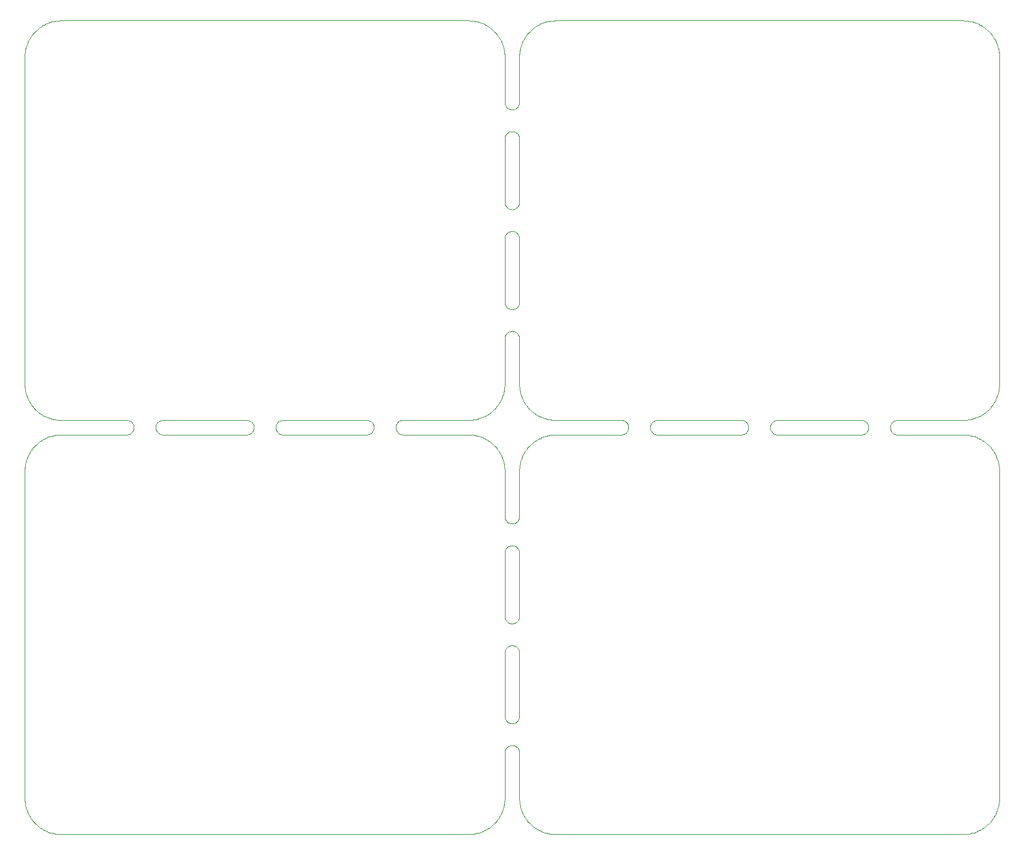
<source format=gm1>
G04 #@! TF.GenerationSoftware,KiCad,Pcbnew,8.0.3-8.0.3-0~ubuntu24.04.1*
G04 #@! TF.CreationDate,2024-07-21T14:04:27+02:00*
G04 #@! TF.ProjectId,panel,70616e65-6c2e-46b6-9963-61645f706362,rev?*
G04 #@! TF.SameCoordinates,Original*
G04 #@! TF.FileFunction,Profile,NP*
%FSLAX46Y46*%
G04 Gerber Fmt 4.6, Leading zero omitted, Abs format (unit mm)*
G04 Created by KiCad (PCBNEW 8.0.3-8.0.3-0~ubuntu24.04.1) date 2024-07-21 14:04:27*
%MOMM*%
%LPD*%
G01*
G04 APERTURE LIST*
G04 #@! TA.AperFunction,Profile*
%ADD10C,0.100000*%
G04 #@! TD*
G04 APERTURE END LIST*
D10*
X66999012Y-99750000D02*
X67000987Y-99750000D01*
X66004810Y-100651080D02*
X66010812Y-100602416D01*
X59893Y-107769608D02*
X100115Y-107994022D01*
X64435434Y-1367543D02*
X64266262Y-1214702D01*
X115337552Y-56941602D02*
X115290994Y-56956983D01*
X99241209Y-55328112D02*
X99273237Y-55365241D01*
X68024693Y-50493235D02*
X68027251Y-50518383D01*
X7379Y-107265877D02*
X24691Y-107493209D01*
X66901080Y-15254810D02*
X66949981Y-15251203D01*
X66756262Y-29029939D02*
X66804104Y-29019195D01*
X66142129Y-11764588D02*
X66117960Y-11721925D01*
X68889225Y-52845784D02*
X68903666Y-52866531D01*
X69198203Y-58752955D02*
X69054127Y-58929651D01*
X14383300Y-56923955D02*
X14337552Y-56941602D01*
X3981166Y-105213D02*
X3759077Y-156750D01*
X31441602Y-56337552D02*
X31423955Y-56383300D01*
X51949981Y-56998796D02*
X51901080Y-56995189D01*
X67741209Y-100078112D02*
X67773237Y-100115241D01*
X99207399Y-55292600D02*
X99241209Y-55328112D01*
X102668362Y-56556014D02*
X102642129Y-56514588D01*
X68307150Y-108724562D02*
X68315929Y-108748267D01*
X66258790Y-11921887D02*
X66226762Y-11884758D01*
X18226762Y-55365241D02*
X18258790Y-55328112D01*
X67243737Y-39720060D02*
X67195895Y-39730804D01*
X82556014Y-55168362D02*
X82596103Y-55196595D01*
X66756262Y-69220060D02*
X66709005Y-69206983D01*
X65999839Y-50006319D02*
X65999999Y-49993678D01*
X64266243Y-58214685D02*
X64247063Y-58198219D01*
X66258790Y-29328112D02*
X66292600Y-29292600D01*
X66571872Y-72345914D02*
X66616699Y-72326044D01*
X66258790Y-82671887D02*
X66226762Y-82634758D01*
X115290994Y-56956983D02*
X115243737Y-56970060D01*
X14671887Y-56741209D02*
X14634758Y-56773237D01*
X133975308Y-50493209D02*
X133992620Y-50265877D01*
X66365241Y-72476762D02*
X66403896Y-72446595D01*
X131415303Y-111377586D02*
X131437405Y-111365319D01*
X66662447Y-82941602D02*
X66616699Y-82923955D01*
X82882039Y-56471925D02*
X82857870Y-56514588D01*
X51196595Y-55403896D02*
X51226762Y-55365241D01*
X130983267Y-57410489D02*
X130960038Y-57400521D01*
X66001203Y-25050018D02*
X66000000Y-25000987D01*
X82596103Y-56803404D02*
X82556014Y-56831637D01*
X99382039Y-55528074D02*
X99404085Y-55571872D01*
X67514588Y-29142129D02*
X67556014Y-29168362D01*
X65774174Y-3515339D02*
X65766606Y-3491221D01*
X131437427Y-111365306D02*
X131633902Y-111249647D01*
X68000160Y-4993680D02*
X68000000Y-5006321D01*
X67050018Y-86001203D02*
X67098919Y-86004810D01*
X68000000Y-62006333D02*
X68000000Y-68250987D01*
X63190459Y-57505688D02*
X62983290Y-57410500D01*
X66443985Y-86168362D02*
X66485411Y-86142129D01*
X103028074Y-55117960D02*
X103071872Y-55095914D01*
X67989187Y-95897583D02*
X67980804Y-95945895D01*
X67098919Y-42754810D02*
X67147583Y-42760812D01*
X119010812Y-56147583D02*
X119004810Y-56098919D01*
X67556014Y-86168362D02*
X67596103Y-86196595D01*
X133692849Y-60275437D02*
X133684070Y-60251732D01*
X18142129Y-56514588D02*
X18117960Y-56471925D01*
X66949981Y-25998796D02*
X66901080Y-25995189D01*
X133483157Y-2786800D02*
X133377598Y-2584718D01*
X14970060Y-56243737D02*
X14956983Y-56290994D01*
X62484660Y-111774174D02*
X62508778Y-111766606D01*
X64247044Y-58198203D02*
X64070348Y-58054127D01*
X4759418Y-111993903D02*
X4993668Y-111999839D01*
X67000987Y-72250000D02*
X67050018Y-72251203D01*
X65899884Y-50994022D02*
X65940106Y-50769608D01*
X30598919Y-56995189D02*
X30550018Y-56998796D01*
X18949981Y-56998796D02*
X18901080Y-56995189D01*
X18999012Y-55000000D02*
X30500987Y-55000000D01*
X103401080Y-55004810D02*
X103449981Y-55001203D01*
X68634680Y-59562594D02*
X68622413Y-59584696D01*
X3759077Y-111843249D02*
X3981166Y-111894786D01*
X30928127Y-55095914D02*
X30971925Y-55117960D01*
X18662447Y-56941602D02*
X18616699Y-56923955D01*
X66901080Y-86004810D02*
X66949981Y-86001203D01*
X66949981Y-99751203D02*
X66999012Y-99750000D01*
X3251732Y-54684070D02*
X3275437Y-54692849D01*
X132247063Y-110801780D02*
X132266243Y-110785314D01*
X82998796Y-56050018D02*
X82995189Y-56098919D01*
X66019195Y-29804104D02*
X66029939Y-29756262D01*
X18662447Y-55058397D02*
X18709005Y-55043016D01*
X64961376Y-53050318D02*
X65096319Y-52866552D01*
X133589510Y-108983267D02*
X133599478Y-108960038D01*
X66043016Y-68540994D02*
X66029939Y-68493737D01*
X66616699Y-86076044D02*
X66662447Y-86058397D01*
X115956983Y-55709005D02*
X115970060Y-55756262D01*
X86043016Y-56290994D02*
X86029939Y-56243737D01*
X67831637Y-86443985D02*
X67857870Y-86485411D01*
X67956983Y-11540994D02*
X67941602Y-11587552D01*
X65774181Y-108484636D02*
X65836900Y-108265442D01*
X66000000Y-11250987D02*
X66000000Y-5006333D01*
X18000000Y-55999012D02*
X18001203Y-55949981D01*
X1949660Y-58038638D02*
X1929671Y-58054111D01*
X34726762Y-55365241D02*
X34758790Y-55328112D01*
X133943942Y-50744572D02*
X133972746Y-50518408D01*
X67290994Y-72293016D02*
X67337552Y-72308397D01*
X66168362Y-43193985D02*
X66196595Y-43153896D01*
X98500987Y-57000000D02*
X86999012Y-57000000D01*
X14471925Y-56882039D02*
X14428127Y-56904085D01*
X68315929Y-3251732D02*
X68307150Y-3275437D01*
X31500000Y-56000987D02*
X31498796Y-56050018D01*
X115514588Y-56857870D02*
X115471925Y-56882039D01*
X128993678Y-111999999D02*
X129006319Y-111999839D01*
X132615006Y-1546207D02*
X132453792Y-1384993D01*
X1367560Y-53435453D02*
X1384976Y-53453774D01*
X102529939Y-56243737D02*
X102519195Y-56195895D01*
X66142129Y-25514588D02*
X66117960Y-25471925D01*
X2344623Y-111236263D02*
X2366075Y-111249634D01*
X66901080Y-29004810D02*
X66949981Y-29001203D01*
X102985411Y-55142129D02*
X103028074Y-55117960D01*
X66485411Y-96607870D02*
X66443985Y-96581637D01*
X67989187Y-16102416D02*
X67995189Y-16151080D01*
X67556014Y-39581637D02*
X67514588Y-39607870D01*
X2154215Y-889225D02*
X2133468Y-903666D01*
X34985411Y-55142129D02*
X35028074Y-55117960D01*
X505688Y-2809540D02*
X410500Y-3016709D01*
X103449981Y-55001203D02*
X103499012Y-55000000D01*
X71491196Y-233401D02*
X71275461Y-307141D01*
X14956983Y-55709005D02*
X14970060Y-55756262D01*
X3981191Y-111894791D02*
X4005952Y-111899879D01*
X66709005Y-72293016D02*
X66756262Y-72279939D01*
X65836907Y-108265417D02*
X65843243Y-108240946D01*
X31096103Y-55196595D02*
X31134758Y-55226762D01*
X67923955Y-43366699D02*
X67941602Y-43412447D01*
X66528074Y-72367960D02*
X66571872Y-72345914D01*
X1038638Y-110050339D02*
X1054111Y-110070328D01*
X66709005Y-12206983D02*
X66662447Y-12191602D01*
X66328112Y-15508790D02*
X66365241Y-15476762D01*
X86010812Y-55852416D02*
X86019195Y-55804104D01*
X67989187Y-43602416D02*
X67995189Y-43651080D01*
X34668362Y-56556014D02*
X34642129Y-56514588D01*
X99500000Y-56000987D02*
X99498796Y-56050018D01*
X2344602Y-57763750D02*
X2154236Y-57889211D01*
X66019195Y-25195895D02*
X66010812Y-25147583D01*
X67147583Y-69239187D02*
X67098919Y-69245189D01*
X67383300Y-39673955D02*
X67337552Y-39691602D01*
X67471925Y-72367960D02*
X67514588Y-72392129D01*
X131845784Y-54110774D02*
X131866531Y-54096333D01*
X68000000Y-82000987D02*
X67998796Y-82050018D01*
X69752936Y-1198219D02*
X69733756Y-1214685D01*
X67923955Y-100366699D02*
X67941602Y-100412447D01*
X34828112Y-55258790D02*
X34865241Y-55226762D01*
X67671887Y-100008790D02*
X67707399Y-100042600D01*
X66616699Y-42826044D02*
X66662447Y-42808397D01*
X67995189Y-95848919D02*
X67989187Y-95897583D01*
X68225818Y-60515363D02*
X68163099Y-60734557D01*
X98790994Y-55043016D02*
X98837552Y-55058397D01*
X14337552Y-55058397D02*
X14383300Y-55076044D01*
X4005977Y-54899884D02*
X4230391Y-54940106D01*
X66616699Y-82923955D02*
X66571872Y-82904085D01*
X47995189Y-55901080D02*
X47998796Y-55949981D01*
X67857870Y-96264588D02*
X67831637Y-96306014D01*
X66616699Y-25923955D02*
X66571872Y-25904085D01*
X18258790Y-56671887D02*
X18226762Y-56634758D01*
X66010812Y-73102416D02*
X66019195Y-73054104D01*
X65894791Y-108018808D02*
X65899879Y-107994047D01*
X66117960Y-86528074D02*
X66142129Y-86485411D01*
X18043016Y-55709005D02*
X18058397Y-55662447D01*
X18999012Y-57000000D02*
X18949981Y-56998796D01*
X68100115Y-4005977D02*
X68059893Y-4230391D01*
X67556014Y-12081637D02*
X67514588Y-12107870D01*
X4230416Y-111940110D02*
X4255402Y-111943938D01*
X66804104Y-69230804D02*
X66756262Y-69220060D01*
X82000987Y-57000000D02*
X73006333Y-57000000D01*
X67773237Y-100115241D02*
X67803404Y-100153896D01*
X86485411Y-55142129D02*
X86528074Y-55117960D01*
X119226762Y-55365241D02*
X119258790Y-55328112D01*
X18004810Y-55901080D02*
X18010812Y-55852416D01*
X65940106Y-61230391D02*
X65899884Y-61005977D01*
X82556014Y-56831637D02*
X82514588Y-56857870D01*
X131213199Y-54483157D02*
X131415281Y-54377598D01*
X62484636Y-57225818D02*
X62265442Y-57163099D01*
X66168362Y-72693985D02*
X66196595Y-72653896D01*
X65249647Y-52633902D02*
X65365306Y-52437427D01*
X65236263Y-109655376D02*
X65249634Y-109633924D01*
X14290994Y-55043016D02*
X14337552Y-55058397D01*
X35304104Y-56980804D02*
X35256262Y-56970060D01*
X72993680Y-111999839D02*
X73006321Y-111999999D01*
X63437405Y-57634680D02*
X63415303Y-57622413D01*
X66226762Y-11884758D02*
X66196595Y-11846103D01*
X62018808Y-105208D02*
X61994047Y-100120D01*
X68006096Y-61759418D02*
X68000160Y-61993668D01*
X115428127Y-55095914D02*
X115471925Y-55117960D01*
X67556014Y-82831637D02*
X67514588Y-82857870D01*
X67098919Y-29004810D02*
X67147583Y-29010812D01*
X130724562Y-54692849D02*
X130748267Y-54684070D01*
X14803404Y-55403896D02*
X14831637Y-55443985D01*
X66709005Y-42793016D02*
X66756262Y-42779939D01*
X67980804Y-43554104D02*
X67989187Y-43602416D01*
X62018808Y-57105208D02*
X61994047Y-57100120D01*
X66616699Y-15326044D02*
X66662447Y-15308397D01*
X66000000Y-106993666D02*
X66000000Y-100749012D01*
X30500987Y-55000000D02*
X30550018Y-55001203D01*
X66019195Y-82195895D02*
X66010812Y-82147583D01*
X18010812Y-56147583D02*
X18004810Y-56098919D01*
X18117960Y-56471925D02*
X18095914Y-56428127D01*
X67707399Y-25707399D02*
X67671887Y-25741209D01*
X67428127Y-25904085D02*
X67383300Y-25923955D01*
X68105213Y-108018833D02*
X68156750Y-108240922D01*
X66001203Y-43699981D02*
X66004810Y-43651080D01*
X18142129Y-55485411D02*
X18168362Y-55443985D01*
X163099Y-51265442D02*
X225818Y-51484636D01*
X66142129Y-43235411D02*
X66168362Y-43193985D01*
X750365Y-109633924D02*
X763736Y-109655376D01*
X60993666Y0D02*
X5006333Y0D01*
X67980804Y-73054104D02*
X67989187Y-73102416D01*
X51403896Y-55196595D02*
X51443985Y-55168362D01*
X3515339Y-225825D02*
X3491221Y-233393D01*
X14514588Y-55142129D02*
X14556014Y-55168362D01*
X67195895Y-25980804D02*
X67147583Y-25989187D01*
X31382039Y-55528074D02*
X31404085Y-55571872D01*
X130484636Y-57225818D02*
X130265442Y-57163099D01*
X3016709Y-410500D02*
X2809540Y-505688D01*
X66328112Y-39491209D02*
X66292600Y-39457399D01*
X103071872Y-56904085D02*
X103028074Y-56882039D01*
X67290994Y-99793016D02*
X67337552Y-99808397D01*
X98743737Y-56970060D02*
X98695895Y-56980804D01*
X67904085Y-15821872D02*
X67923955Y-15866699D01*
X68056061Y-50744597D02*
X68059889Y-50769583D01*
X18709005Y-55043016D02*
X18756262Y-55029939D01*
X30500987Y-57000000D02*
X18999012Y-57000000D01*
X47773237Y-55365241D02*
X47803404Y-55403896D01*
X14596103Y-56803404D02*
X14556014Y-56831637D01*
X4993668Y-57000160D02*
X4759418Y-57006096D01*
X130748290Y-54684061D02*
X130960014Y-54599488D01*
X133836907Y-108265417D02*
X133843243Y-108240946D01*
X65483157Y-2786800D02*
X65377598Y-2584718D01*
X31331637Y-55443985D02*
X31357870Y-55485411D01*
X99014588Y-56857870D02*
X98971925Y-56882039D01*
X119168362Y-55443985D02*
X119196595Y-55403896D01*
X315929Y-3251732D02*
X307150Y-3275437D01*
X67471925Y-86117960D02*
X67514588Y-86142129D01*
X65692858Y-108724538D02*
X65766598Y-108508803D01*
X233401Y-51508803D02*
X307141Y-51724538D01*
X115941602Y-55662447D02*
X115956983Y-55709005D01*
X66142129Y-15735411D02*
X66168362Y-15693985D01*
X67195895Y-99769195D02*
X67243737Y-99779939D01*
X4255427Y-111943942D02*
X4481591Y-111972746D01*
X67857870Y-11764588D02*
X67831637Y-11806014D01*
X129006319Y-160D02*
X128993678Y0D01*
X132785314Y-53266243D02*
X132801780Y-53247063D01*
X51328112Y-56741209D02*
X51292600Y-56707399D01*
X82337552Y-55058397D02*
X82383300Y-55076044D01*
X66756262Y-86029939D02*
X66804104Y-86019195D01*
X102595914Y-56428127D02*
X102576044Y-56383300D01*
X64615023Y-53453774D02*
X64632439Y-53435453D01*
X66949981Y-72251203D02*
X66999012Y-72250000D01*
X31303404Y-55403896D02*
X31331637Y-55443985D01*
X71734557Y-57163099D02*
X71515363Y-57225818D01*
X70133468Y-54096333D02*
X70154215Y-54110774D01*
X131415281Y-622401D02*
X131213199Y-516842D01*
X130508778Y-57233393D02*
X130484660Y-57225825D01*
X99470060Y-55756262D02*
X99480804Y-55804104D01*
X67556014Y-99918362D02*
X67596103Y-99946595D01*
X99495189Y-56098919D02*
X99489187Y-56147583D01*
X67050018Y-29001203D02*
X67098919Y-29004810D01*
X62265417Y-163092D02*
X62240946Y-156756D01*
X66365241Y-99976762D02*
X66403896Y-99946595D01*
X61994047Y-111899879D02*
X62018808Y-111894791D01*
X30695895Y-56980804D02*
X30647583Y-56989187D01*
X66095914Y-82428127D02*
X66076044Y-82383300D01*
X51804104Y-56980804D02*
X51756262Y-56970060D01*
X62508803Y-111766598D02*
X62724538Y-111692858D01*
X62724538Y-307141D02*
X62508803Y-233401D01*
X61994022Y-100115D02*
X61769608Y-59893D01*
X66571872Y-99845914D02*
X66616699Y-99826044D01*
X69038638Y-53050339D02*
X69054111Y-53070328D01*
X133894786Y-3981166D02*
X133843249Y-3759077D01*
X83000000Y-56000987D02*
X82998796Y-56050018D01*
X72230416Y-54940110D02*
X72255402Y-54943938D01*
X1546207Y-58384993D02*
X1384993Y-58546207D01*
X66403896Y-12053404D02*
X66365241Y-12023237D01*
X62724562Y-111692849D02*
X62748267Y-111684070D01*
X67741209Y-68921887D02*
X67707399Y-68957399D01*
X82428127Y-56904085D02*
X82383300Y-56923955D01*
X66571872Y-42845914D02*
X66616699Y-42826044D01*
X71981166Y-105213D02*
X71759077Y-156750D01*
X70133447Y-903680D02*
X69949681Y-1038623D01*
X67904085Y-96178127D02*
X67882039Y-96221925D01*
X102865241Y-56773237D02*
X102828112Y-56741209D01*
X133894786Y-60981166D02*
X133843249Y-60759077D01*
X115147583Y-55010812D02*
X115195895Y-55019195D01*
X66258790Y-25671887D02*
X66226762Y-25634758D01*
X133999839Y-50006319D02*
X133999999Y-49993678D01*
X102617960Y-56471925D02*
X102595914Y-56428127D01*
X67707399Y-11957399D02*
X67671887Y-11991209D01*
X70366097Y-111249647D02*
X70562572Y-111365306D01*
X505699Y-109190482D02*
X516831Y-109213176D01*
X18168362Y-56556014D02*
X18142129Y-56514588D01*
X102576044Y-55616699D02*
X102595914Y-55571872D01*
X24693Y-107493235D02*
X27251Y-107518383D01*
X14989187Y-55852416D02*
X14995189Y-55901080D01*
X67050018Y-96748796D02*
X67000987Y-96750000D01*
X66043016Y-82290994D02*
X66029939Y-82243737D01*
X69214685Y-58733756D02*
X69198219Y-58752936D01*
X70809540Y-54494311D02*
X71016709Y-54589499D01*
X35209005Y-56956983D02*
X35162447Y-56941602D01*
X65494300Y-2809517D02*
X65483168Y-2786823D01*
X163092Y-60734582D02*
X156756Y-60759053D01*
X82741209Y-56671887D02*
X82707399Y-56707399D01*
X18076044Y-55616699D02*
X18095914Y-55571872D01*
X115998796Y-55949981D02*
X116000000Y-55999012D01*
X69054111Y-1929671D02*
X69038638Y-1949660D01*
X66019195Y-38945895D02*
X66010812Y-38897583D01*
X66528074Y-39632039D02*
X66485411Y-39607870D01*
X1367543Y-58564565D02*
X1214702Y-58733737D01*
X14831637Y-55443985D02*
X14857870Y-55485411D01*
X34504810Y-55901080D02*
X34510812Y-55852416D01*
X68763736Y-59344623D02*
X68750365Y-59366075D01*
X67970060Y-68493737D02*
X67956983Y-68540994D01*
X129265852Y-7377D02*
X129240606Y-6097D01*
X34500000Y-56000987D02*
X34500000Y-55999012D01*
X67147583Y-15260812D02*
X67195895Y-15269195D01*
X66168362Y-82556014D02*
X66142129Y-82514588D01*
X233393Y-3491221D02*
X225825Y-3515339D01*
X130240946Y-54843243D02*
X130265417Y-54836907D01*
X4993680Y-111999839D02*
X5006321Y-111999999D01*
X99241209Y-56671887D02*
X99207399Y-56707399D01*
X115882039Y-55528074D02*
X115904085Y-55571872D01*
X66010812Y-11397583D02*
X66004810Y-11348919D01*
X67980804Y-25195895D02*
X67970060Y-25243737D01*
X64070348Y-110945872D02*
X64247044Y-110801796D01*
X63415281Y-622401D02*
X63213199Y-516842D01*
X2133447Y-903680D02*
X1949681Y-1038623D01*
X68156756Y-108240946D02*
X68163092Y-108265417D01*
X133249634Y-2366075D02*
X133236263Y-2344623D01*
X102501203Y-56050018D02*
X102500000Y-56000987D01*
X14000987Y-55000000D02*
X14050018Y-55001203D01*
X99056014Y-55168362D02*
X99096103Y-55196595D01*
X410500Y-108983290D02*
X505688Y-109190459D01*
X1564546Y-1367560D02*
X1546225Y-1384976D01*
X132050318Y-58038623D02*
X131866552Y-57903680D01*
X18709005Y-56956983D02*
X18662447Y-56941602D01*
X133684070Y-51748267D02*
X133692849Y-51724562D01*
X115970060Y-56243737D02*
X115956983Y-56290994D01*
X133377598Y-52415281D02*
X133483157Y-52213199D01*
X68100120Y-107994047D02*
X68105208Y-108018808D01*
X71275437Y-57307150D02*
X71251732Y-57315929D01*
X51168362Y-56556014D02*
X51142129Y-56514588D01*
X63190459Y-505688D02*
X62983290Y-410500D01*
X133494311Y-109190459D02*
X133589499Y-108983290D01*
X67989187Y-38897583D02*
X67980804Y-38945895D01*
X63845784Y-54110774D02*
X63866531Y-54096333D01*
X69929651Y-1054127D02*
X69752955Y-1198203D01*
X115803404Y-55403896D02*
X115831637Y-55443985D01*
X903680Y-109866552D02*
X1038623Y-110050318D01*
X66058397Y-72912447D02*
X66076044Y-72866699D01*
X65599478Y-3039961D02*
X65589510Y-3016732D01*
X68400521Y-51960038D02*
X68410489Y-51983267D01*
X82383300Y-56923955D02*
X82337552Y-56941602D01*
X0Y-49993678D02*
X160Y-50006319D01*
X59893Y-50769608D02*
X100115Y-50994022D01*
X66019195Y-73054104D02*
X66029939Y-73006262D01*
X66117960Y-15778074D02*
X66142129Y-15735411D01*
X72255427Y-111943942D02*
X72481591Y-111972746D01*
X66365241Y-96523237D02*
X66328112Y-96491209D01*
X66485411Y-29142129D02*
X66528074Y-29117960D01*
X66226762Y-68884758D02*
X66196595Y-68846103D01*
X67634758Y-99976762D02*
X67671887Y-100008790D01*
X67556014Y-29168362D02*
X67596103Y-29196595D01*
X14773237Y-55365241D02*
X14803404Y-55403896D01*
X119999012Y-57000000D02*
X119949981Y-56998796D01*
X86328112Y-56741209D02*
X86292600Y-56707399D01*
X103209005Y-56956983D02*
X103162447Y-56941602D01*
X86999012Y-57000000D02*
X86949981Y-56998796D01*
X68156750Y-3759077D02*
X68105213Y-3981166D01*
X67383300Y-99826044D02*
X67428127Y-99845914D01*
X66076044Y-15866699D02*
X66095914Y-15821872D01*
X133999839Y-4993668D02*
X133993903Y-4759418D01*
X98837552Y-55058397D02*
X98883300Y-55076044D01*
X103352416Y-56989187D02*
X103304104Y-56980804D01*
X68410489Y-60016732D02*
X68400521Y-60039961D01*
X47941602Y-56337552D02*
X47923955Y-56383300D01*
X67773237Y-82634758D02*
X67741209Y-82671887D01*
X35209005Y-55043016D02*
X35256262Y-55029939D01*
X98971925Y-55117960D02*
X99014588Y-55142129D01*
X622413Y-109415303D02*
X634680Y-109437405D01*
X103499012Y-55000000D02*
X115000987Y-55000000D01*
X67741209Y-25671887D02*
X67707399Y-25707399D01*
X4506790Y-111975308D02*
X4734122Y-111992620D01*
X31056014Y-55168362D02*
X31096103Y-55196595D01*
X67956983Y-82290994D02*
X67941602Y-82337552D01*
X66949981Y-42751203D02*
X66999012Y-42750000D01*
X2366075Y-750365D02*
X2344623Y-763736D01*
X72759393Y-6097D02*
X72734147Y-7377D01*
X48000000Y-55999012D02*
X48000000Y-56000987D01*
X66029939Y-82243737D02*
X66019195Y-82195895D01*
X133992620Y-4734122D02*
X133975308Y-4506790D01*
X132615023Y-53453774D02*
X132632439Y-53435453D01*
X129006331Y-54999839D02*
X129240581Y-54993903D01*
X68024693Y-107493235D02*
X68027251Y-107518383D01*
X66443985Y-72418362D02*
X66485411Y-72392129D01*
X66029939Y-16006262D02*
X66043016Y-15959005D01*
X64945872Y-1929651D02*
X64801796Y-1752955D01*
X34758790Y-55328112D02*
X34792600Y-55292600D01*
X67243737Y-72279939D02*
X67290994Y-72293016D01*
X69214702Y-110266262D02*
X69367543Y-110435434D01*
X66662447Y-15308397D02*
X66709005Y-15293016D01*
X66196595Y-86403896D02*
X66226762Y-86365241D01*
X14428127Y-56904085D02*
X14383300Y-56923955D01*
X30837552Y-56941602D02*
X30790994Y-56956983D01*
X35304104Y-55019195D02*
X35352416Y-55010812D01*
X130508803Y-111766598D02*
X130724538Y-111692858D01*
X68056061Y-107744597D02*
X68059889Y-107769583D01*
X67098919Y-25995189D02*
X67050018Y-25998796D01*
X66117960Y-100278074D02*
X66142129Y-100235411D01*
X68000000Y-16249012D02*
X68000000Y-25000987D01*
X64070328Y-58054111D02*
X64050339Y-58038638D01*
X1214685Y-1733756D02*
X1198219Y-1752936D01*
X66999012Y-72250000D02*
X67000987Y-72250000D01*
X5006321Y0D02*
X4993680Y-160D01*
X65377586Y-59584696D02*
X65365319Y-59562594D01*
X14904085Y-56428127D02*
X14882039Y-56471925D01*
X66076044Y-11633300D02*
X66058397Y-11587552D01*
X14904085Y-55571872D02*
X14923955Y-55616699D01*
X65975308Y-107493209D02*
X65992620Y-107265877D01*
X35028074Y-56882039D02*
X34985411Y-56857870D01*
X67050018Y-15251203D02*
X67098919Y-15254810D01*
X128993678Y-54999999D02*
X129006319Y-54999839D01*
X67882039Y-29528074D02*
X67904085Y-29571872D01*
X66058397Y-11587552D02*
X66043016Y-11540994D01*
X66662447Y-25941602D02*
X66616699Y-25923955D01*
X61518408Y-111972746D02*
X61744572Y-111943942D01*
X99273237Y-55365241D02*
X99303404Y-55403896D01*
X67941602Y-43412447D02*
X67956983Y-43459005D01*
X82514588Y-55142129D02*
X82556014Y-55168362D01*
X69929651Y-58054127D02*
X69752955Y-58198203D01*
X31423955Y-56383300D02*
X31404085Y-56428127D01*
X47471925Y-56882039D02*
X47428127Y-56904085D01*
X4759393Y-57006097D02*
X4734147Y-57007377D01*
X67243737Y-99779939D02*
X67290994Y-99793016D01*
X68163099Y-51265442D02*
X68225818Y-51484636D01*
X68750365Y-109633924D02*
X68763736Y-109655376D01*
X72734147Y-111992622D02*
X72759393Y-111993902D01*
X63437427Y-111365306D02*
X63633902Y-111249647D01*
X66168362Y-29443985D02*
X66196595Y-29403896D01*
X66258790Y-43078112D02*
X66292600Y-43042600D01*
X102792600Y-56707399D02*
X102758790Y-56671887D01*
X71515339Y-57225825D02*
X71491221Y-57233393D01*
X98928127Y-55095914D02*
X98971925Y-55117960D01*
X86756262Y-55029939D02*
X86804104Y-55019195D01*
X30790994Y-55043016D02*
X30837552Y-55058397D01*
X18095914Y-55571872D02*
X18117960Y-55528074D01*
X67857870Y-29485411D02*
X67882039Y-29528074D01*
X47337552Y-55058397D02*
X47383300Y-55076044D01*
X132801780Y-1752936D02*
X132785314Y-1733756D01*
X66852416Y-82989187D02*
X66804104Y-82980804D01*
X102595914Y-55571872D02*
X102617960Y-55528074D01*
X82995189Y-56098919D02*
X82989187Y-56147583D01*
X51616699Y-55076044D02*
X51662447Y-55058397D01*
X67147583Y-96739187D02*
X67098919Y-96745189D01*
X61994022Y-57100115D02*
X61769608Y-57059893D01*
X73006321Y0D02*
X72993680Y-160D01*
X99096103Y-56803404D02*
X99056014Y-56831637D01*
X68000000Y-106993678D02*
X68000160Y-107006319D01*
X66258790Y-15578112D02*
X66292600Y-15542600D01*
X86043016Y-55709005D02*
X86058397Y-55662447D01*
X86571872Y-55095914D02*
X86616699Y-55076044D01*
X47904085Y-56428127D02*
X47882039Y-56471925D01*
X67741209Y-29328112D02*
X67773237Y-29365241D01*
X66403896Y-69053404D02*
X66365241Y-69023237D01*
X18196595Y-55403896D02*
X18226762Y-55365241D01*
X68006097Y-107240606D02*
X68007377Y-107265852D01*
X66443985Y-15418362D02*
X66485411Y-15392129D01*
X86019195Y-55804104D02*
X86029939Y-55756262D01*
X61769608Y-111940106D02*
X61994022Y-111899884D01*
X67471925Y-12132039D02*
X67428127Y-12154085D01*
X67471925Y-15367960D02*
X67514588Y-15392129D01*
X47098919Y-56995189D02*
X47050018Y-56998796D01*
X66403896Y-29196595D02*
X66443985Y-29168362D01*
X4481616Y-54972748D02*
X4506764Y-54975306D01*
X66004810Y-95848919D02*
X66001203Y-95800018D01*
X115857870Y-55485411D02*
X115882039Y-55528074D01*
X67000987Y-99750000D02*
X67050018Y-99751203D01*
X31489187Y-55852416D02*
X31495189Y-55901080D01*
X1949681Y-53961376D02*
X2133447Y-54096319D01*
X130748267Y-315929D02*
X130724562Y-307150D01*
X115995189Y-55901080D02*
X115998796Y-55949981D01*
X47428127Y-55095914D02*
X47471925Y-55117960D01*
X67337552Y-82941602D02*
X67290994Y-82956983D01*
X18010812Y-55852416D02*
X18019195Y-55804104D01*
X31014588Y-55142129D02*
X31056014Y-55168362D01*
X67290994Y-96706983D02*
X67243737Y-96720060D01*
X62508803Y-54766598D02*
X62724538Y-54692858D01*
X66756262Y-72279939D02*
X66804104Y-72269195D01*
X132453792Y-110615006D02*
X132615006Y-110453792D01*
X47671887Y-56741209D02*
X47634758Y-56773237D01*
X130265417Y-163092D02*
X130240946Y-156756D01*
X129006331Y-111999839D02*
X129240581Y-111993903D01*
X63655376Y-57763736D02*
X63633924Y-57750365D01*
X67941602Y-29662447D02*
X67956983Y-29709005D01*
X66328112Y-96491209D02*
X66292600Y-96457399D01*
X1949660Y-1038638D02*
X1929671Y-1054111D01*
X99382039Y-56471925D02*
X99357870Y-56514588D01*
X86571872Y-56904085D02*
X86528074Y-56882039D01*
X34576044Y-55616699D02*
X34595914Y-55571872D01*
X119058397Y-55662447D02*
X119076044Y-55616699D01*
X119901080Y-56995189D02*
X119852416Y-56989187D01*
X47634758Y-55226762D02*
X47671887Y-55258790D01*
X66010812Y-68397583D02*
X66004810Y-68348919D01*
X115290994Y-55043016D02*
X115337552Y-55058397D01*
X99056014Y-56831637D02*
X99014588Y-56857870D01*
X67923955Y-25383300D02*
X67904085Y-25428127D01*
X67514588Y-96607870D02*
X67471925Y-96632039D01*
X71515363Y-111774181D02*
X71734557Y-111836900D01*
X47741209Y-56671887D02*
X47707399Y-56707399D01*
X67634758Y-42976762D02*
X67671887Y-43008790D01*
X67707399Y-43042600D02*
X67741209Y-43078112D01*
X67290994Y-25956983D02*
X67243737Y-25970060D01*
X67596103Y-29196595D02*
X67634758Y-29226762D01*
X400511Y-3039985D02*
X315938Y-3251709D01*
X66901080Y-99754810D02*
X66949981Y-99751203D01*
X750365Y-52633924D02*
X763736Y-52655376D01*
X14000987Y-57000000D02*
X5006333Y-57000000D01*
X129493235Y-111975306D02*
X129518383Y-111972748D01*
X47383300Y-56923955D02*
X47337552Y-56941602D01*
X66058397Y-25337552D02*
X66043016Y-25290994D01*
X31056014Y-56831637D02*
X31014588Y-56857870D01*
X133766598Y-60491196D02*
X133692858Y-60275461D01*
X66365241Y-39523237D02*
X66328112Y-39491209D01*
X67428127Y-96654085D02*
X67383300Y-96673955D01*
X67707399Y-100042600D02*
X67741209Y-100078112D01*
X65377598Y-52415281D02*
X65483157Y-52213199D01*
X68750352Y-2366097D02*
X68634693Y-2562572D01*
X67980804Y-29804104D02*
X67989187Y-29852416D01*
X68059889Y-61230416D02*
X68056061Y-61255402D01*
X115995189Y-56098919D02*
X115989187Y-56147583D01*
X133993903Y-107240581D02*
X133999839Y-107006331D01*
X71016732Y-111589510D02*
X71039961Y-111599478D01*
X67803404Y-100153896D02*
X67831637Y-100193985D01*
X66000000Y-16249012D02*
X66001203Y-16199981D01*
X65940106Y-4230391D02*
X65899884Y-4005977D01*
X68634680Y-2562594D02*
X68622413Y-2584696D01*
X66000000Y-100749012D02*
X66001203Y-100699981D01*
X86949981Y-56998796D02*
X86901080Y-56995189D01*
X133766606Y-51508778D02*
X133774174Y-51484660D01*
X119403896Y-55196595D02*
X119443985Y-55168362D01*
X14741209Y-55328112D02*
X14773237Y-55365241D01*
X64961361Y-58949660D02*
X64945888Y-58929671D01*
X119292600Y-56707399D02*
X119258790Y-56671887D01*
X132785297Y-1733737D02*
X132632456Y-1564565D01*
X115556014Y-56831637D02*
X115514588Y-56857870D01*
X98883300Y-55076044D02*
X98928127Y-55095914D01*
X160Y-107006331D02*
X6096Y-107240581D01*
X115923955Y-56383300D02*
X115904085Y-56428127D01*
X67243737Y-29029939D02*
X67290994Y-29043016D01*
X30647583Y-55010812D02*
X30695895Y-55019195D01*
X102510812Y-55852416D02*
X102519195Y-55804104D01*
X115383300Y-56923955D02*
X115337552Y-56941602D01*
X66076044Y-100366699D02*
X66095914Y-100321872D01*
X67995189Y-43651080D02*
X67998796Y-43699981D01*
X2809517Y-57505699D02*
X2786823Y-57516831D01*
X68105213Y-51018833D02*
X68156750Y-51240922D01*
X86010812Y-56147583D02*
X86004810Y-56098919D01*
X68059893Y-107769608D02*
X68100115Y-107994022D01*
X82923955Y-56383300D02*
X82904085Y-56428127D01*
X69384993Y-53453792D02*
X69546207Y-53615006D01*
X67970060Y-95993737D02*
X67956983Y-96040994D01*
X66328112Y-100008790D02*
X66365241Y-99976762D01*
X34510812Y-55852416D02*
X34519195Y-55804104D01*
X119117960Y-56471925D02*
X119095914Y-56428127D01*
X115741209Y-55328112D02*
X115773237Y-55365241D01*
X69929671Y-110945888D02*
X69949660Y-110961361D01*
X68622401Y-2584718D02*
X68516842Y-2786800D01*
X133766598Y-3491196D02*
X133692858Y-3275461D01*
X1752955Y-110801796D02*
X1929651Y-110945872D01*
X66001203Y-68300018D02*
X66000000Y-68250987D01*
X34595914Y-55571872D02*
X34617960Y-55528074D01*
X119142129Y-55485411D02*
X119168362Y-55443985D01*
X47882039Y-56471925D02*
X47857870Y-56514588D01*
X133899884Y-107994022D02*
X133940106Y-107769608D01*
X66019195Y-11445895D02*
X66010812Y-11397583D01*
X47383300Y-55076044D02*
X47428127Y-55095914D01*
X51010812Y-55852416D02*
X51019195Y-55804104D01*
X66196595Y-82596103D02*
X66168362Y-82556014D01*
X68000000Y-11250987D02*
X67998796Y-11300018D01*
X67773237Y-29365241D02*
X67803404Y-29403896D01*
X72506790Y-54975308D02*
X72734122Y-54992620D01*
X86029939Y-55756262D02*
X86043016Y-55709005D01*
X47050018Y-56998796D02*
X47000987Y-57000000D01*
X67989187Y-11397583D02*
X67980804Y-11445895D01*
X14998796Y-56050018D02*
X14995189Y-56098919D01*
X47989187Y-56147583D02*
X47980804Y-56195895D01*
X51365241Y-56773237D02*
X51328112Y-56741209D01*
X62960038Y-111599478D02*
X62983267Y-111589510D01*
X4506764Y-57024693D02*
X4481616Y-57027251D01*
X115243737Y-55029939D02*
X115290994Y-55043016D01*
X67098919Y-86004810D02*
X67147583Y-86010812D01*
X69733756Y-110785314D02*
X69752936Y-110801780D01*
X67741209Y-86328112D02*
X67773237Y-86365241D01*
X67147583Y-72260812D02*
X67195895Y-72269195D01*
X69949660Y-1038638D02*
X69929671Y-1054111D01*
X66058397Y-29662447D02*
X66076044Y-29616699D01*
X66709005Y-69206983D02*
X66662447Y-69191602D01*
X51226762Y-55365241D02*
X51258790Y-55328112D01*
X68105208Y-60981191D02*
X68100120Y-61005952D01*
X86443985Y-55168362D02*
X86485411Y-55142129D01*
X68225825Y-108484660D02*
X68233393Y-108508778D01*
X67707399Y-39457399D02*
X67671887Y-39491209D01*
X31171887Y-55258790D02*
X31207399Y-55292600D01*
X30790994Y-56956983D02*
X30743737Y-56970060D01*
X82290994Y-56956983D02*
X82243737Y-56970060D01*
X47970060Y-55756262D02*
X47980804Y-55804104D01*
X66403896Y-15446595D02*
X66443985Y-15418362D01*
X2809540Y-54494311D02*
X3016709Y-54589499D01*
X51095914Y-56428127D02*
X51076044Y-56383300D01*
X98971925Y-56882039D02*
X98928127Y-56904085D01*
X67941602Y-15912447D02*
X67956983Y-15959005D01*
X4005977Y-111899884D02*
X4230391Y-111940106D01*
X71275461Y-111692858D02*
X71491196Y-111766598D01*
X31134758Y-55226762D02*
X31171887Y-55258790D01*
X66709005Y-82956983D02*
X66662447Y-82941602D01*
X67147583Y-99760812D02*
X67195895Y-99769195D01*
X66852416Y-72260812D02*
X66901080Y-72254810D01*
X69752955Y-53801796D02*
X69929651Y-53945872D01*
X47514588Y-56857870D02*
X47471925Y-56882039D01*
X67556014Y-42918362D02*
X67596103Y-42946595D01*
X66196595Y-72653896D02*
X66226762Y-72615241D01*
X64615023Y-110453774D02*
X64632439Y-110435453D01*
X71251732Y-111684070D02*
X71275437Y-111692849D01*
X3515363Y-54774181D02*
X3734557Y-54836900D01*
X66076044Y-39133300D02*
X66058397Y-39087552D01*
X119804104Y-55019195D02*
X119852416Y-55010812D01*
X34985411Y-56857870D02*
X34943985Y-56831637D01*
X67050018Y-69248796D02*
X67000987Y-69250000D01*
X18076044Y-56383300D02*
X18058397Y-56337552D01*
X119001203Y-56050018D02*
X119000000Y-56000987D01*
X64615006Y-58546207D02*
X64453792Y-58384993D01*
X131866552Y-54096319D02*
X132050318Y-53961376D01*
X66001203Y-86949981D02*
X66004810Y-86901080D01*
X66756262Y-82970060D02*
X66709005Y-82956983D01*
X68410489Y-3016732D02*
X68400521Y-3039961D01*
X98695895Y-56980804D02*
X98647583Y-56989187D01*
X30550018Y-55001203D02*
X30598919Y-55004810D01*
X3981166Y-57105213D02*
X3759077Y-57156750D01*
X47956983Y-56290994D02*
X47941602Y-56337552D01*
X3251709Y-315938D02*
X3039985Y-400511D01*
X132070328Y-58054111D02*
X132050339Y-58038638D01*
X51852416Y-55010812D02*
X51901080Y-55004810D01*
X133999839Y-61993668D02*
X133993903Y-61759418D01*
X67998796Y-73199981D02*
X68000000Y-73249012D01*
X66095914Y-11678127D02*
X66076044Y-11633300D01*
X67995189Y-25098919D02*
X67989187Y-25147583D01*
X99357870Y-56514588D02*
X99331637Y-56556014D01*
X67831637Y-25556014D02*
X67803404Y-25596103D01*
X82707399Y-55292600D02*
X82741209Y-55328112D01*
X66571872Y-15345914D02*
X66616699Y-15326044D01*
X68024691Y-61506790D02*
X68007379Y-61734122D01*
X130240922Y-156750D02*
X130018833Y-105213D01*
X66292600Y-100042600D02*
X66328112Y-100008790D01*
X70786800Y-57516842D02*
X70584718Y-57622401D01*
X119076044Y-56383300D02*
X119058397Y-56337552D01*
X66403896Y-39553404D02*
X66365241Y-39523237D01*
X132435434Y-1367543D02*
X132266262Y-1214702D01*
X47290994Y-56956983D02*
X47243737Y-56970060D01*
X1198219Y-110247063D02*
X1214685Y-110266243D01*
X70584696Y-57622413D02*
X70562594Y-57634680D01*
X133096319Y-59133447D02*
X132961376Y-58949681D01*
X67243737Y-96720060D02*
X67195895Y-96730804D01*
X18196595Y-56596103D02*
X18168362Y-56556014D01*
X67882039Y-96221925D02*
X67857870Y-96264588D01*
X68307141Y-60275461D02*
X68233401Y-60491196D01*
X7379Y-50265877D02*
X24691Y-50493209D01*
X47596103Y-55196595D02*
X47634758Y-55226762D01*
X1733737Y-58214702D02*
X1564565Y-58367543D01*
X71016709Y-57410500D02*
X70809540Y-57505688D01*
X14741209Y-56671887D02*
X14707399Y-56707399D01*
X102543016Y-55709005D02*
X102558397Y-55662447D01*
X51328112Y-55258790D02*
X51365241Y-55226762D01*
X115471925Y-56882039D02*
X115428127Y-56904085D01*
X70562572Y-57634693D02*
X70366097Y-57750352D01*
X68763736Y-2344623D02*
X68750365Y-2366075D01*
X65599488Y-51960014D02*
X65684061Y-51748290D01*
X66756262Y-39720060D02*
X66709005Y-39706983D01*
X69198203Y-1752955D02*
X69054127Y-1929651D01*
X634680Y-2562594D02*
X622413Y-2584696D01*
X2133447Y-57903680D02*
X1949681Y-58038623D01*
X72255402Y-56061D02*
X72230416Y-59889D01*
X67596103Y-99946595D02*
X67634758Y-99976762D01*
X65940110Y-50769583D02*
X65943938Y-50744597D01*
X82857870Y-55485411D02*
X82882039Y-55528074D01*
X66292600Y-86292600D02*
X66328112Y-86258790D01*
X65692849Y-60275437D02*
X65684070Y-60251732D01*
X67831637Y-96306014D02*
X67803404Y-96346103D01*
X66443985Y-96581637D02*
X66403896Y-96553404D01*
X18117960Y-55528074D02*
X18142129Y-55485411D01*
X66196595Y-29403896D02*
X66226762Y-29365241D01*
X66000000Y-73249012D02*
X66001203Y-73199981D01*
X14989187Y-56147583D02*
X14980804Y-56195895D01*
X67980804Y-82195895D02*
X67970060Y-82243737D01*
X14556014Y-56831637D02*
X14514588Y-56857870D01*
X1054127Y-110070348D02*
X1198203Y-110247044D01*
X66076044Y-68633300D02*
X66058397Y-68587552D01*
X763736Y-59344623D02*
X750365Y-59366075D01*
X64945888Y-110070328D02*
X64961361Y-110050339D01*
X64247044Y-1198203D02*
X64070348Y-1054127D01*
X82147583Y-56989187D02*
X82098919Y-56995189D01*
X63415303Y-54377586D02*
X63437405Y-54365319D01*
X3275461Y-111692858D02*
X3491196Y-111766598D01*
X133684061Y-60251709D02*
X133599488Y-60039985D01*
X66000000Y-68250987D02*
X66000000Y-62006333D01*
X66292600Y-39457399D02*
X66258790Y-39421887D01*
X67707399Y-82707399D02*
X67671887Y-82741209D01*
X18485411Y-56857870D02*
X18443985Y-56831637D01*
X73006333Y-55000000D02*
X82000987Y-55000000D01*
X68516831Y-59786823D02*
X68505699Y-59809517D01*
X31171887Y-56741209D02*
X31134758Y-56773237D01*
X72734147Y-54992622D02*
X72759393Y-54993902D01*
X82989187Y-55852416D02*
X82995189Y-55901080D01*
X116000000Y-56000987D02*
X115998796Y-56050018D01*
X103116699Y-55076044D02*
X103162447Y-55058397D01*
X61240606Y-111993902D02*
X61265852Y-111992622D01*
X35352416Y-56989187D02*
X35304104Y-56980804D01*
X66443985Y-29168362D02*
X66485411Y-29142129D01*
X66076044Y-96133300D02*
X66058397Y-96087552D01*
X130484660Y-54774174D02*
X130508778Y-54766606D01*
X65377586Y-2584696D02*
X65365319Y-2562594D01*
X51004810Y-56098919D02*
X51001203Y-56050018D01*
X60993678Y-54999999D02*
X61006319Y-54999839D01*
X133684070Y-108748267D02*
X133692849Y-108724562D01*
X34510812Y-56147583D02*
X34504810Y-56098919D01*
X67904085Y-25428127D02*
X67882039Y-25471925D01*
X47956983Y-55709005D02*
X47970060Y-55756262D01*
X69384976Y-1546225D02*
X69367560Y-1564546D01*
X14970060Y-55756262D02*
X14980804Y-55804104D01*
X68225818Y-3515363D02*
X68163099Y-3734557D01*
X132247063Y-53801780D02*
X132266243Y-53785314D01*
X86365241Y-55226762D02*
X86403896Y-55196595D01*
X68156750Y-60759077D02*
X68105213Y-60981166D01*
X129994022Y-57100115D02*
X129769608Y-57059893D01*
X4230416Y-54940110D02*
X4255402Y-54943938D01*
X34865241Y-56773237D02*
X34828112Y-56741209D01*
X66528074Y-96632039D02*
X66485411Y-96607870D01*
X14556014Y-55168362D02*
X14596103Y-55196595D01*
X115989187Y-56147583D02*
X115980804Y-56195895D01*
X61265877Y-111992620D02*
X61493209Y-111975308D01*
X62960014Y-400511D02*
X62748290Y-315938D01*
X63845784Y-111110774D02*
X63866531Y-111096333D01*
X133972746Y-61481591D02*
X133943942Y-61255427D01*
X66949981Y-96748796D02*
X66901080Y-96745189D01*
X99456983Y-55709005D02*
X99470060Y-55756262D01*
X15000000Y-56000987D02*
X14998796Y-56050018D01*
X67383300Y-15326044D02*
X67428127Y-15345914D01*
X65589510Y-51983267D02*
X65599478Y-51960038D01*
X71491196Y-57233401D02*
X71275461Y-57307141D01*
X67337552Y-15308397D02*
X67383300Y-15326044D01*
X18000000Y-56000987D02*
X18000000Y-55999012D01*
X129518408Y-54972746D02*
X129744572Y-54943942D01*
X66226762Y-72615241D02*
X66258790Y-72578112D01*
X131655376Y-763736D02*
X131633924Y-750365D01*
X67428127Y-42845914D02*
X67471925Y-42867960D01*
X66001203Y-16199981D02*
X66004810Y-16151080D01*
X102501203Y-55949981D02*
X102504810Y-55901080D01*
X67989187Y-68397583D02*
X67980804Y-68445895D01*
X132266262Y-53785297D02*
X132435434Y-53632456D01*
X18095914Y-56428127D02*
X18076044Y-56383300D01*
X66328112Y-29258790D02*
X66365241Y-29226762D01*
X115707399Y-55292600D02*
X115741209Y-55328112D01*
X62724538Y-57307141D02*
X62508803Y-57233401D01*
X82337552Y-56941602D02*
X82290994Y-56956983D01*
X99171887Y-56741209D02*
X99134758Y-56773237D01*
X102642129Y-55485411D02*
X102668362Y-55443985D01*
X133940106Y-4230391D02*
X133899884Y-4005977D01*
X131866552Y-111096319D02*
X132050318Y-110961376D01*
X67383300Y-72326044D02*
X67428127Y-72345914D01*
X82980804Y-55804104D02*
X82989187Y-55852416D01*
X66804104Y-29019195D02*
X66852416Y-29010812D01*
X31096103Y-56803404D02*
X31056014Y-56831637D01*
X51004810Y-55901080D02*
X51010812Y-55852416D01*
X66095914Y-25428127D02*
X66076044Y-25383300D01*
X2133468Y-111096333D02*
X2154215Y-111110774D01*
X51528074Y-56882039D02*
X51485411Y-56857870D01*
X133096333Y-52866531D02*
X133110774Y-52845784D01*
X66662447Y-12191602D02*
X66616699Y-12173955D01*
X67956983Y-43459005D02*
X67970060Y-43506262D01*
X86616699Y-55076044D02*
X86662447Y-55058397D01*
X68000160Y-61993680D02*
X68000000Y-62006321D01*
X3275461Y-54692858D02*
X3491196Y-54766598D01*
X2133468Y-54096333D02*
X2154215Y-54110774D01*
X62748290Y-111684061D02*
X62960014Y-111599488D01*
X68750365Y-52633924D02*
X68763736Y-52655376D01*
X67428127Y-82904085D02*
X67383300Y-82923955D01*
X66168362Y-96306014D02*
X66142129Y-96264588D01*
X61744597Y-111943938D02*
X61769583Y-111940110D01*
X69564565Y-53632456D02*
X69733737Y-53785297D01*
X130265442Y-54836900D02*
X130484636Y-54774181D01*
X66010812Y-95897583D02*
X66004810Y-95848919D01*
X67596103Y-42946595D02*
X67634758Y-42976762D01*
X67773237Y-86365241D02*
X67803404Y-86403896D01*
X68007377Y-4734147D02*
X68006097Y-4759393D01*
X63866531Y-57903666D02*
X63845784Y-57889225D01*
X65943938Y-4255402D02*
X65940110Y-4230416D01*
X18292600Y-55292600D02*
X18328112Y-55258790D01*
X132453774Y-58384976D02*
X132435453Y-58367560D01*
X102500000Y-55999012D02*
X102501203Y-55949981D01*
X132266243Y-1214685D02*
X132247063Y-1198219D01*
X64785297Y-58733737D02*
X64632456Y-58564565D01*
X63633902Y-57750352D02*
X63437427Y-57634693D01*
X131655397Y-54236249D02*
X131845763Y-54110788D01*
X115337552Y-55058397D02*
X115383300Y-55076044D01*
X4734147Y-54992622D02*
X4759393Y-54993902D01*
X34543016Y-55709005D02*
X34558397Y-55662447D01*
X69733737Y-58214702D02*
X69564565Y-58367543D01*
X102558397Y-55662447D02*
X102576044Y-55616699D01*
X64435434Y-58367543D02*
X64266262Y-58214702D01*
X61493235Y-54975306D02*
X61518383Y-54972748D01*
X132801780Y-58752936D02*
X132785314Y-58733756D01*
X130508778Y-233393D02*
X130484660Y-225825D01*
X72005977Y-54899884D02*
X72230391Y-54940106D01*
X86196595Y-55403896D02*
X86226762Y-55365241D01*
X160Y-61993680D02*
X0Y-62006321D01*
X6097Y-50240606D02*
X7377Y-50265852D01*
X27253Y-50518408D02*
X56057Y-50744572D01*
X66528074Y-25882039D02*
X66485411Y-25857870D01*
X115998796Y-56050018D02*
X115995189Y-56098919D01*
X86168362Y-56556014D02*
X86142129Y-56514588D01*
X47773237Y-56634758D02*
X47741209Y-56671887D01*
X67941602Y-100412447D02*
X67956983Y-100459005D01*
X67803404Y-68846103D02*
X67773237Y-68884758D01*
X66999012Y-26000000D02*
X66949981Y-25998796D01*
X128993666Y-57000000D02*
X119999012Y-57000000D01*
X67956983Y-72959005D02*
X67970060Y-73006262D01*
X68400521Y-108960038D02*
X68410489Y-108983267D01*
X14596103Y-55196595D02*
X14634758Y-55226762D01*
X67857870Y-25514588D02*
X67831637Y-25556014D01*
X72481591Y-27253D02*
X72255427Y-56057D01*
X130240946Y-111843243D02*
X130265417Y-111836907D01*
X66852416Y-69239187D02*
X66804104Y-69230804D01*
X31241209Y-55328112D02*
X31273237Y-55365241D01*
X65940110Y-107769583D02*
X65943938Y-107744597D01*
X99207399Y-56707399D02*
X99171887Y-56741209D01*
X133975306Y-4506764D02*
X133972748Y-4481616D01*
X51117960Y-56471925D02*
X51095914Y-56428127D01*
X130960014Y-400511D02*
X130748290Y-315938D01*
X119004810Y-55901080D02*
X119010812Y-55852416D01*
X18328112Y-55258790D02*
X18365241Y-55226762D01*
X129493235Y-54975306D02*
X129518383Y-54972748D01*
X66709005Y-25956983D02*
X66662447Y-25941602D01*
X103162447Y-56941602D02*
X103116699Y-56923955D01*
X60993666Y-57000000D02*
X51999012Y-57000000D01*
X67904085Y-86571872D02*
X67923955Y-86616699D01*
X51756262Y-56970060D02*
X51709005Y-56956983D01*
X99273237Y-56634758D02*
X99241209Y-56671887D01*
X66949981Y-29001203D02*
X66999012Y-29000000D01*
X129769583Y-59889D02*
X129744597Y-56061D01*
X61518383Y-27251D02*
X61493235Y-24693D01*
X47941602Y-55662447D02*
X47956983Y-55709005D01*
X82857870Y-56514588D02*
X82831637Y-56556014D01*
X65999839Y-61993668D02*
X65993903Y-61759418D01*
X105208Y-60981191D02*
X100120Y-61005952D01*
X62265442Y-111836900D02*
X62484636Y-111774181D01*
X133766606Y-108508778D02*
X133774174Y-108484660D01*
X66949981Y-82998796D02*
X66901080Y-82995189D01*
X18804104Y-56980804D02*
X18756262Y-56970060D01*
X14098919Y-56995189D02*
X14050018Y-56998796D01*
X1929671Y-53945888D02*
X1949660Y-53961361D01*
X131437405Y-634680D02*
X131415303Y-622413D01*
X1038623Y-1949681D02*
X903680Y-2133447D01*
X47882039Y-55528074D02*
X47904085Y-55571872D01*
X130018808Y-105208D02*
X129994047Y-100120D01*
X72506764Y-57024693D02*
X72481616Y-57027251D01*
X66019195Y-100554104D02*
X66029939Y-100506262D01*
X119142129Y-56514588D02*
X119117960Y-56471925D01*
X67098919Y-96745189D02*
X67050018Y-96748796D01*
X129518383Y-27251D02*
X129493235Y-24693D01*
X31273237Y-55365241D02*
X31303404Y-55403896D01*
X66019195Y-86804104D02*
X66029939Y-86756262D01*
X2154236Y-111110788D02*
X2344602Y-111236249D01*
X67243737Y-82970060D02*
X67195895Y-82980804D01*
X131213176Y-57516831D02*
X131190482Y-57505699D01*
X67243737Y-69220060D02*
X67195895Y-69230804D01*
X67803404Y-96346103D02*
X67773237Y-96384758D01*
X67243737Y-25970060D02*
X67195895Y-25980804D01*
X71039961Y-400521D02*
X71016732Y-410489D01*
X1367543Y-1564565D02*
X1214702Y-1733737D01*
X1198203Y-58752955D02*
X1054127Y-58929651D01*
X131190482Y-111494300D02*
X131213176Y-111483168D01*
X70344623Y-111236263D02*
X70366075Y-111249634D01*
X67707399Y-72542600D02*
X67741209Y-72578112D01*
X68505688Y-2809540D02*
X68410500Y-3016709D01*
X67671887Y-43008790D02*
X67707399Y-43042600D01*
X31498796Y-56050018D02*
X31495189Y-56098919D01*
X70584718Y-111377598D02*
X70786800Y-111483157D01*
X51662447Y-55058397D02*
X51709005Y-55043016D01*
X67803404Y-25596103D02*
X67773237Y-25634758D01*
X27251Y-61481616D02*
X24693Y-61506764D01*
X119076044Y-55616699D02*
X119095914Y-55571872D01*
X119852416Y-55010812D02*
X119901080Y-55004810D01*
X86117960Y-55528074D02*
X86142129Y-55485411D01*
X103401080Y-56995189D02*
X103352416Y-56989187D01*
X47000987Y-57000000D02*
X35499012Y-57000000D01*
X4506764Y-24693D02*
X4481616Y-27251D01*
X133110774Y-59154215D02*
X133096333Y-59133468D01*
X67857870Y-15735411D02*
X67882039Y-15778074D01*
X119000000Y-56000987D02*
X119000000Y-55999012D01*
X68903666Y-2133468D02*
X68889225Y-2154215D01*
X65599488Y-108960014D02*
X65684061Y-108748290D01*
X70154215Y-57889225D02*
X70133468Y-57903666D01*
X65110788Y-109845763D02*
X65236249Y-109655397D01*
X66571872Y-39654085D02*
X66528074Y-39632039D01*
X132050339Y-110961361D02*
X132070328Y-110945888D01*
X66901080Y-69245189D02*
X66852416Y-69239187D01*
X71039985Y-111599488D02*
X71251709Y-111684061D01*
X4481591Y-27253D02*
X4255427Y-56057D01*
X2584696Y-57622413D02*
X2562594Y-57634680D01*
X1384993Y-53453792D02*
X1546207Y-53615006D01*
X72230391Y-57059893D02*
X72005977Y-57100115D01*
X66365241Y-15476762D02*
X66403896Y-15446595D01*
X66000000Y-43749012D02*
X66001203Y-43699981D01*
X51528074Y-55117960D02*
X51571872Y-55095914D01*
X82995189Y-55901080D02*
X82998796Y-55949981D01*
X99498796Y-56050018D02*
X99495189Y-56098919D01*
X86226762Y-55365241D02*
X86258790Y-55328112D01*
X119328112Y-56741209D02*
X119292600Y-56707399D01*
X65843243Y-60759053D02*
X65836907Y-60734582D01*
X67337552Y-86058397D02*
X67383300Y-86076044D01*
X71981166Y-57105213D02*
X71759077Y-57156750D01*
X51443985Y-56831637D02*
X51403896Y-56803404D01*
X51616699Y-56923955D02*
X51571872Y-56904085D01*
X98837552Y-56941602D02*
X98790994Y-56956983D01*
X31241209Y-56671887D02*
X31207399Y-56707399D01*
X51852416Y-56989187D02*
X51804104Y-56980804D01*
X67995189Y-82098919D02*
X67989187Y-82147583D01*
X82050018Y-55001203D02*
X82098919Y-55004810D01*
X68000000Y-29999012D02*
X68000000Y-38750987D01*
X66485411Y-15392129D02*
X66528074Y-15367960D01*
X69198219Y-53247063D02*
X69214685Y-53266243D01*
X65096319Y-2133447D02*
X64961376Y-1949681D01*
X131213176Y-516831D02*
X131190482Y-505699D01*
X62748290Y-54684061D02*
X62960014Y-54599488D01*
X68000000Y-5006333D02*
X68000000Y-11250987D01*
X68000160Y-50006331D02*
X68006096Y-50240581D01*
X31423955Y-55616699D02*
X31441602Y-55662447D01*
X59889Y-4230416D02*
X56061Y-4255402D01*
X62240946Y-111843243D02*
X62265417Y-111836907D01*
X47904085Y-55571872D02*
X47923955Y-55616699D01*
X14995189Y-55901080D02*
X14998796Y-55949981D01*
X14980804Y-56195895D02*
X14970060Y-56243737D01*
X2154215Y-57889225D02*
X2133468Y-57903666D01*
X67773237Y-96384758D02*
X67741209Y-96421887D01*
X516831Y-59786823D02*
X505699Y-59809517D01*
X27251Y-4481616D02*
X24693Y-4506764D01*
X134000000Y-49993666D02*
X134000000Y-5006333D01*
X69214702Y-53266262D02*
X69367543Y-53435434D01*
X67337552Y-25941602D02*
X67290994Y-25956983D01*
X133365306Y-2562572D02*
X133249647Y-2366097D01*
X133843249Y-51240922D02*
X133894786Y-51018833D01*
X2366075Y-57750365D02*
X2344623Y-57763736D01*
X133599488Y-108960014D02*
X133684061Y-108748290D01*
X66292600Y-68957399D02*
X66258790Y-68921887D01*
X66528074Y-69132039D02*
X66485411Y-69107870D01*
X133899879Y-61005952D02*
X133894791Y-60981191D01*
X903680Y-52866552D02*
X1038623Y-53050318D01*
X133377598Y-109415281D02*
X133483157Y-109213199D01*
X119226762Y-56634758D02*
X119196595Y-56596103D01*
X4255402Y-56061D02*
X4230416Y-59889D01*
X67923955Y-86616699D02*
X67941602Y-86662447D01*
X65236249Y-2344602D02*
X65110788Y-2154236D01*
X119756262Y-56970060D02*
X119709005Y-56956983D01*
X130724538Y-307141D02*
X130508803Y-233401D01*
X133599478Y-3039961D02*
X133589510Y-3016732D01*
X82634758Y-55226762D02*
X82671887Y-55258790D01*
X47831637Y-55443985D02*
X47857870Y-55485411D01*
X31456983Y-55709005D02*
X31470060Y-55756262D01*
X67970060Y-86756262D02*
X67980804Y-86804104D01*
X68000000Y-86999012D02*
X68000000Y-95750987D01*
X133836907Y-51265417D02*
X133843243Y-51240946D01*
X67904085Y-11678127D02*
X67882039Y-11721925D01*
X67980804Y-95945895D02*
X67970060Y-95993737D01*
X66804104Y-42769195D02*
X66852416Y-42760812D01*
X65483168Y-109213176D02*
X65494300Y-109190482D01*
X2786823Y-54483168D02*
X2809517Y-54494300D01*
X64801780Y-1752936D02*
X64785314Y-1733756D01*
X68156756Y-51240946D02*
X68163092Y-51265417D01*
X115773237Y-56634758D02*
X115741209Y-56671887D01*
X66756262Y-25970060D02*
X66709005Y-25956983D01*
X4230391Y-59893D02*
X4005977Y-100115D01*
X64801780Y-58752936D02*
X64785314Y-58733756D01*
X66117960Y-39221925D02*
X66095914Y-39178127D01*
X0Y-106993678D02*
X160Y-107006319D01*
X102519195Y-55804104D02*
X102529939Y-55756262D01*
X130018808Y-57105208D02*
X129994047Y-57100120D01*
X69054127Y-53070348D02*
X69198203Y-53247044D01*
X67000987Y-29000000D02*
X67050018Y-29001203D01*
X64632456Y-110435434D02*
X64785297Y-110266262D01*
X129265877Y-54992620D02*
X129493209Y-54975308D01*
X1546225Y-53615023D02*
X1564546Y-53632439D01*
X67995189Y-29901080D02*
X67998796Y-29949981D01*
X67514588Y-86142129D02*
X67556014Y-86168362D01*
X3734582Y-54836907D02*
X3759053Y-54843243D01*
X82882039Y-55528074D02*
X82904085Y-55571872D01*
X14923955Y-56383300D02*
X14904085Y-56428127D01*
X69038638Y-110050339D02*
X69054111Y-110070328D01*
X115882039Y-56471925D02*
X115857870Y-56514588D01*
X68903666Y-59133468D02*
X68889225Y-59154215D01*
X18001203Y-55949981D02*
X18004810Y-55901080D01*
X82956983Y-56290994D02*
X82941602Y-56337552D01*
X233401Y-108508803D02*
X307141Y-108724538D01*
X119709005Y-56956983D02*
X119662447Y-56941602D01*
X65943938Y-61255402D02*
X65940110Y-61230416D01*
X67857870Y-100235411D02*
X67882039Y-100278074D01*
X0Y-62006333D02*
X0Y-106993666D01*
X66076044Y-29616699D02*
X66095914Y-29571872D01*
X2786823Y-111483168D02*
X2809517Y-111494300D01*
X47857870Y-55485411D02*
X47882039Y-55528074D01*
X66029939Y-11493737D02*
X66019195Y-11445895D01*
X66756262Y-96720060D02*
X66709005Y-96706983D01*
X65684070Y-108748267D02*
X65692849Y-108724562D01*
X64435453Y-53632439D02*
X64453774Y-53615023D01*
X18756262Y-55029939D02*
X18804104Y-55019195D01*
X66852416Y-86010812D02*
X66901080Y-86004810D01*
X4993680Y-54999839D02*
X5006321Y-54999999D01*
X66328112Y-68991209D02*
X66292600Y-68957399D01*
X99423955Y-56383300D02*
X99404085Y-56428127D01*
X66043016Y-15959005D02*
X66058397Y-15912447D01*
X102504810Y-55901080D02*
X102510812Y-55852416D01*
X99470060Y-56243737D02*
X99456983Y-56290994D01*
X64945872Y-58929651D02*
X64801796Y-58752955D01*
X2562594Y-54365319D02*
X2584696Y-54377586D01*
X400511Y-60039985D02*
X315938Y-60251709D01*
X66196595Y-15653896D02*
X66226762Y-15615241D01*
X69949681Y-53961376D02*
X70133447Y-54096319D01*
X66292600Y-25707399D02*
X66258790Y-25671887D01*
X1214702Y-53266262D02*
X1367543Y-53435434D01*
X67970060Y-82243737D02*
X67956983Y-82290994D01*
X82989187Y-56147583D02*
X82980804Y-56195895D01*
X66949981Y-39748796D02*
X66901080Y-39745189D01*
X763750Y-52655397D02*
X889211Y-52845763D01*
X67998796Y-86949981D02*
X68000000Y-86999012D01*
X2584718Y-54377598D02*
X2786800Y-54483157D01*
X51365241Y-55226762D02*
X51403896Y-55196595D01*
X18403896Y-55196595D02*
X18443985Y-55168362D01*
X67000987Y-69250000D02*
X66999012Y-69250000D01*
X66196595Y-11846103D02*
X66168362Y-11806014D01*
X86001203Y-56050018D02*
X86000000Y-56000987D01*
X66043016Y-39040994D02*
X66029939Y-38993737D01*
X115980804Y-56195895D02*
X115970060Y-56243737D01*
X133993902Y-61759393D02*
X133992622Y-61734147D01*
X71734557Y-163099D02*
X71515363Y-225818D01*
X67707399Y-96457399D02*
X67671887Y-96491209D01*
X132945872Y-1929651D02*
X132801796Y-1752955D01*
X67741209Y-43078112D02*
X67773237Y-43115241D01*
X133483168Y-52213176D02*
X133494300Y-52190482D01*
X65972746Y-61481591D02*
X65943942Y-61255427D01*
X68233393Y-3491221D02*
X68225825Y-3515339D01*
X66095914Y-43321872D02*
X66117960Y-43278074D01*
X66095914Y-15821872D02*
X66117960Y-15778074D01*
X66029939Y-86756262D02*
X66043016Y-86709005D01*
X67970060Y-43506262D02*
X67980804Y-43554104D01*
X69546207Y-58384993D02*
X69384993Y-58546207D01*
X66095914Y-96178127D02*
X66076044Y-96133300D01*
X82923955Y-55616699D02*
X82941602Y-55662447D01*
X119043016Y-56290994D02*
X119029939Y-56243737D01*
X4255402Y-57056061D02*
X4230416Y-57059889D01*
X66004810Y-11348919D02*
X66001203Y-11300018D01*
X67098919Y-39745189D02*
X67050018Y-39748796D01*
X51168362Y-55443985D02*
X51196595Y-55403896D01*
X82000987Y-55000000D02*
X82050018Y-55001203D01*
X133972748Y-107518383D02*
X133975306Y-107493235D01*
X66365241Y-69023237D02*
X66328112Y-68991209D01*
X99404085Y-55571872D02*
X99423955Y-55616699D01*
X119485411Y-55142129D02*
X119528074Y-55117960D01*
X99500000Y-55999012D02*
X99500000Y-56000987D01*
X132632439Y-58564546D02*
X132615023Y-58546225D01*
X66485411Y-99892129D02*
X66528074Y-99867960D01*
X1198203Y-1752955D02*
X1054127Y-1929651D01*
X34519195Y-56195895D02*
X34510812Y-56147583D01*
X86443985Y-56831637D02*
X86403896Y-56803404D01*
X68163099Y-108265442D02*
X68225818Y-108484636D01*
X64453792Y-53615006D02*
X64615006Y-53453792D01*
X35401080Y-55004810D02*
X35449981Y-55001203D01*
X67923955Y-39133300D02*
X67904085Y-39178127D01*
X66403896Y-82803404D02*
X66365241Y-82773237D01*
X51076044Y-56383300D02*
X51058397Y-56337552D01*
X66004810Y-86901080D02*
X66010812Y-86852416D01*
X67634758Y-29226762D02*
X67671887Y-29258790D01*
X115098919Y-56995189D02*
X115050018Y-56998796D01*
X18168362Y-55443985D02*
X18196595Y-55403896D01*
X64632456Y-53435434D02*
X64785297Y-53266262D01*
X130484660Y-111774174D02*
X130508778Y-111766606D01*
X67882039Y-72778074D02*
X67904085Y-72821872D01*
X51292600Y-55292600D02*
X51328112Y-55258790D01*
X34519195Y-55804104D02*
X34529939Y-55756262D01*
X1198219Y-53247063D02*
X1214685Y-53266243D01*
X64945888Y-53070328D02*
X64961361Y-53050339D01*
X66804104Y-12230804D02*
X66756262Y-12220060D01*
X47741209Y-55328112D02*
X47773237Y-55365241D01*
X67980804Y-68445895D02*
X67970060Y-68493737D01*
X66095914Y-86571872D02*
X66117960Y-86528074D01*
X68056057Y-61255427D02*
X68027253Y-61481591D01*
X66000000Y-29999012D02*
X66001203Y-29949981D01*
X66001203Y-100699981D02*
X66004810Y-100651080D01*
X65899884Y-107994022D02*
X65940106Y-107769608D01*
X105208Y-3981191D02*
X100120Y-4005952D01*
X66043016Y-96040994D02*
X66029939Y-95993737D01*
X71039985Y-54599488D02*
X71251709Y-54684061D01*
X66365241Y-25773237D02*
X66328112Y-25741209D01*
X82596103Y-55196595D02*
X82634758Y-55226762D01*
X67831637Y-68806014D02*
X67803404Y-68846103D01*
X129518408Y-111972746D02*
X129744572Y-111943942D01*
X100120Y-107994047D02*
X105208Y-108018808D01*
X133993902Y-4759393D02*
X133992622Y-4734147D01*
X66000000Y-49993666D02*
X66000000Y-43749012D01*
X18901080Y-56995189D02*
X18852416Y-56989187D01*
X51901080Y-55004810D02*
X51949981Y-55001203D01*
X133684061Y-3251709D02*
X133599488Y-3039985D01*
X62484660Y-54774174D02*
X62508778Y-54766606D01*
X82803404Y-56596103D02*
X82773237Y-56634758D01*
X34758790Y-56671887D02*
X34726762Y-56634758D01*
X34501203Y-55949981D02*
X34504810Y-55901080D01*
X66117960Y-72778074D02*
X66142129Y-72735411D01*
X65999999Y-5006321D02*
X65999839Y-4993680D01*
X225825Y-108484660D02*
X233393Y-108508778D01*
X82980804Y-56195895D02*
X82970060Y-56243737D01*
X103352416Y-55010812D02*
X103401080Y-55004810D01*
X14243737Y-55029939D02*
X14290994Y-55043016D01*
X62240946Y-54843243D02*
X62265417Y-54836907D01*
X132961361Y-58949660D02*
X132945888Y-58929671D01*
X67596103Y-39553404D02*
X67556014Y-39581637D01*
X69546225Y-53615023D02*
X69564546Y-53632439D01*
X67904085Y-72821872D02*
X67923955Y-72866699D01*
X82671887Y-55258790D02*
X82707399Y-55292600D01*
X130484636Y-225818D02*
X130265442Y-163099D01*
X70154236Y-111110788D02*
X70344602Y-111236249D01*
X67471925Y-99867960D02*
X67514588Y-99892129D01*
X67941602Y-82337552D02*
X67923955Y-82383300D01*
X67195895Y-86019195D02*
X67243737Y-86029939D01*
X1752955Y-53801796D02*
X1929651Y-53945872D01*
X133483168Y-109213176D02*
X133494300Y-109190482D01*
X69038623Y-1949681D02*
X68903680Y-2133447D01*
X86901080Y-55004810D02*
X86949981Y-55001203D01*
X31489187Y-56147583D02*
X31480804Y-56195895D01*
X82428127Y-55095914D02*
X82471925Y-55117960D01*
X68027251Y-61481616D02*
X68024693Y-61506764D01*
X68100120Y-50994047D02*
X68105208Y-51018808D01*
X66019195Y-68445895D02*
X66010812Y-68397583D01*
X119043016Y-55709005D02*
X119058397Y-55662447D01*
X66328112Y-72508790D02*
X66365241Y-72476762D01*
X131633924Y-111249634D02*
X131655376Y-111236263D01*
X67383300Y-96673955D02*
X67337552Y-96691602D01*
X67998796Y-95800018D02*
X67995189Y-95848919D01*
X62240922Y-57156750D02*
X62018833Y-57105213D01*
X18058397Y-56337552D02*
X18043016Y-56290994D01*
X103449981Y-56998796D02*
X103401080Y-56995189D01*
X82904085Y-55571872D02*
X82923955Y-55616699D01*
X30837552Y-55058397D02*
X30883300Y-55076044D01*
X67773237Y-68884758D02*
X67741209Y-68921887D01*
X65836907Y-51265417D02*
X65843243Y-51240946D01*
X763750Y-109655397D02*
X889211Y-109845763D01*
X18403896Y-56803404D02*
X18365241Y-56773237D01*
X67857870Y-39264588D02*
X67831637Y-39306014D01*
X68000000Y-95750987D02*
X67998796Y-95800018D01*
X68027253Y-107518408D02*
X68056057Y-107744572D01*
X68233401Y-108508803D02*
X68307141Y-108724538D01*
X119852416Y-56989187D02*
X119804104Y-56980804D01*
X82290994Y-55043016D02*
X82337552Y-55058397D01*
X67290994Y-39706983D02*
X67243737Y-39720060D01*
X31404085Y-56428127D02*
X31382039Y-56471925D01*
X63655376Y-763736D02*
X63633924Y-750365D01*
X133843243Y-60759053D02*
X133836907Y-60734582D01*
X131190459Y-505688D02*
X130983290Y-410500D01*
X65096319Y-59133447D02*
X64961376Y-58949681D01*
X63213199Y-111483157D02*
X63415281Y-111377598D01*
X133774181Y-108484636D02*
X133836900Y-108265442D01*
X67290994Y-29043016D02*
X67337552Y-29058397D01*
X119756262Y-55029939D02*
X119804104Y-55019195D01*
X70584718Y-54377598D02*
X70786800Y-54483157D01*
X82773237Y-55365241D02*
X82803404Y-55403896D01*
X67596103Y-12053404D02*
X67556014Y-12081637D01*
X47195895Y-56980804D02*
X47147583Y-56989187D01*
X67904085Y-82428127D02*
X67882039Y-82471925D01*
X66117960Y-29528074D02*
X66142129Y-29485411D01*
X99495189Y-55901080D02*
X99498796Y-55949981D01*
X65365306Y-2562572D02*
X65249647Y-2366097D01*
X132453792Y-53615006D02*
X132615006Y-53453792D01*
X67707399Y-29292600D02*
X67741209Y-29328112D01*
X64785314Y-110266243D02*
X64801780Y-110247063D01*
X67882039Y-82471925D02*
X67857870Y-82514588D01*
X65096333Y-52866531D02*
X65110774Y-52845784D01*
X86403896Y-55196595D02*
X86443985Y-55168362D01*
X51709005Y-55043016D02*
X51756262Y-55029939D01*
X103256262Y-55029939D02*
X103304104Y-55019195D01*
X132945888Y-53070328D02*
X132961361Y-53050339D01*
X67941602Y-86662447D02*
X67956983Y-86709005D01*
X18756262Y-56970060D02*
X18709005Y-56956983D01*
X131437405Y-57634680D02*
X131415303Y-57622413D01*
X68315929Y-60251732D02*
X68307150Y-60275437D01*
X115428127Y-56904085D02*
X115383300Y-56923955D01*
X133236263Y-52655376D02*
X133249634Y-52633924D01*
X51019195Y-56195895D02*
X51010812Y-56147583D01*
X67671887Y-11991209D02*
X67634758Y-12023237D01*
X129744597Y-54943938D02*
X129769583Y-54940110D01*
X99331637Y-56556014D02*
X99303404Y-56596103D01*
X14243737Y-56970060D02*
X14195895Y-56980804D01*
X67773237Y-43115241D02*
X67803404Y-43153896D01*
X63437427Y-54365306D02*
X63633902Y-54249647D01*
X67956983Y-39040994D02*
X67941602Y-39087552D01*
X1929651Y-1054127D02*
X1752955Y-1198203D01*
X86004810Y-55901080D02*
X86010812Y-55852416D01*
X103071872Y-55095914D02*
X103116699Y-55076044D01*
X34543016Y-56290994D02*
X34529939Y-56243737D01*
X132632456Y-110435434D02*
X132785297Y-110266262D01*
X66901080Y-72254810D02*
X66949981Y-72251203D01*
X67383300Y-69173955D02*
X67337552Y-69191602D01*
X56057Y-4255427D02*
X27253Y-4481591D01*
X34576044Y-56383300D02*
X34558397Y-56337552D01*
X67098919Y-69245189D02*
X67050018Y-69248796D01*
X67000987Y-15250000D02*
X67050018Y-15251203D01*
X67195895Y-72269195D02*
X67243737Y-72279939D01*
X68763750Y-109655397D02*
X68889211Y-109845763D01*
X3759053Y-57156756D02*
X3734582Y-57163092D01*
X4255427Y-54943942D02*
X4481591Y-54972746D01*
X130983267Y-410489D02*
X130960038Y-400521D01*
X65692849Y-3275437D02*
X65684070Y-3251732D01*
X99489187Y-55852416D02*
X99495189Y-55901080D01*
X98695895Y-55019195D02*
X98743737Y-55029939D01*
X67956983Y-68540994D02*
X67941602Y-68587552D01*
X86616699Y-56923955D02*
X86571872Y-56904085D01*
X66029939Y-25243737D02*
X66019195Y-25195895D01*
X2562572Y-57634693D02*
X2366097Y-57750352D01*
X67904085Y-39178127D02*
X67882039Y-39221925D01*
X67000987Y-86000000D02*
X67050018Y-86001203D01*
X307141Y-3275461D02*
X233401Y-3491196D01*
X3734557Y-57163099D02*
X3515363Y-57225818D01*
X133599478Y-60039961D02*
X133589510Y-60016732D01*
X67980804Y-38945895D02*
X67970060Y-38993737D01*
X69949660Y-58038638D02*
X69929671Y-58054111D01*
X68027251Y-4481616D02*
X68024693Y-4506764D01*
X67383300Y-82923955D02*
X67337552Y-82941602D01*
X119901080Y-55004810D02*
X119949981Y-55001203D01*
X130960038Y-54599478D02*
X130983267Y-54589510D01*
X61493235Y-111975306D02*
X61518383Y-111972748D01*
X69546207Y-1384993D02*
X69384993Y-1546207D01*
X115596103Y-56803404D02*
X115556014Y-56831637D01*
X132785314Y-110266243D02*
X132801780Y-110247063D01*
X67995189Y-100651080D02*
X67998796Y-100699981D01*
X15000000Y-55999012D02*
X15000000Y-56000987D01*
X67195895Y-96730804D02*
X67147583Y-96739187D01*
X66852416Y-96739187D02*
X66804104Y-96730804D01*
X66403896Y-99946595D02*
X66443985Y-99918362D01*
X63213176Y-57516831D02*
X63190482Y-57505699D01*
X47634758Y-56773237D02*
X47596103Y-56803404D01*
X66292600Y-82707399D02*
X66258790Y-82671887D01*
X31441602Y-55662447D02*
X31456983Y-55709005D01*
X66804104Y-99769195D02*
X66852416Y-99760812D01*
X102943985Y-56831637D02*
X102903896Y-56803404D01*
X130724538Y-57307141D02*
X130508803Y-57233401D01*
X67707399Y-68957399D02*
X67671887Y-68991209D01*
X66258790Y-100078112D02*
X66292600Y-100042600D01*
X66485411Y-42892129D02*
X66528074Y-42867960D01*
X68505699Y-52190482D02*
X68516831Y-52213176D01*
X133943942Y-107744572D02*
X133972746Y-107518408D01*
X69733756Y-53785314D02*
X69752936Y-53801780D01*
X67998796Y-68300018D02*
X67995189Y-68348919D01*
X131655397Y-111236249D02*
X131845763Y-111110788D01*
X1733756Y-110785314D02*
X1752936Y-110801780D01*
X65836900Y-60734557D02*
X65774181Y-60515363D01*
X82634758Y-56773237D02*
X82596103Y-56803404D01*
X66058397Y-86662447D02*
X66076044Y-86616699D01*
X115556014Y-55168362D02*
X115596103Y-55196595D01*
X66000000Y-25000987D02*
X66000000Y-16249012D01*
X66662447Y-72308397D02*
X66709005Y-72293016D01*
X66043016Y-11540994D02*
X66029939Y-11493737D01*
X66403896Y-72446595D02*
X66443985Y-72418362D01*
X66443985Y-25831637D02*
X66403896Y-25803404D01*
X903666Y-59133468D02*
X889225Y-59154215D01*
X67803404Y-39346103D02*
X67773237Y-39384758D01*
X35449981Y-56998796D02*
X35401080Y-56995189D01*
X67970060Y-11493737D02*
X67956983Y-11540994D01*
X132961361Y-1949660D02*
X132945888Y-1929671D01*
X66999012Y-96750000D02*
X66949981Y-96748796D01*
X132070348Y-53945872D02*
X132247044Y-53801796D01*
X35256262Y-56970060D02*
X35209005Y-56956983D01*
X64453792Y-110615006D02*
X64615006Y-110453792D01*
X66292600Y-43042600D02*
X66328112Y-43008790D01*
X67147583Y-39739187D02*
X67098919Y-39745189D01*
X68225825Y-51484660D02*
X68233393Y-51508778D01*
X102792600Y-55292600D02*
X102828112Y-55258790D01*
X67383300Y-12173955D02*
X67337552Y-12191602D01*
X67995189Y-38848919D02*
X67989187Y-38897583D01*
X3275437Y-307150D02*
X3251732Y-315929D01*
X99171887Y-55258790D02*
X99207399Y-55292600D01*
X66226762Y-25634758D02*
X66196595Y-25596103D01*
X65599478Y-60039961D02*
X65589510Y-60016732D01*
X66000000Y-38750987D02*
X66000000Y-29999012D01*
X67514588Y-12107870D02*
X67471925Y-12132039D01*
X47147583Y-56989187D02*
X47098919Y-56995189D01*
X72005952Y-100120D02*
X71981191Y-105208D01*
X64453774Y-1384976D02*
X64435453Y-1367560D01*
X61769583Y-59889D02*
X61744597Y-56061D01*
X66804104Y-82980804D02*
X66756262Y-82970060D01*
X225825Y-51484660D02*
X233393Y-51508778D01*
X66043016Y-29709005D02*
X66058397Y-29662447D01*
X86000000Y-55999012D02*
X86001203Y-55949981D01*
X133110788Y-109845763D02*
X133236249Y-109655397D01*
X67195895Y-29019195D02*
X67243737Y-29029939D01*
X67471925Y-39632039D02*
X67428127Y-39654085D01*
X66117960Y-43278074D02*
X66142129Y-43235411D01*
X51662447Y-56941602D02*
X51616699Y-56923955D01*
X72255402Y-57056061D02*
X72230416Y-57059889D01*
X51709005Y-56956983D02*
X51662447Y-56941602D01*
X67980804Y-86804104D02*
X67989187Y-86852416D01*
X66709005Y-99793016D02*
X66756262Y-99779939D01*
X68059893Y-50769608D02*
X68100115Y-50994022D01*
X160Y-4993680D02*
X0Y-5006321D01*
X64050318Y-58038623D02*
X63866552Y-57903680D01*
X129493209Y-57024691D02*
X129265877Y-57007379D01*
X86756262Y-56970060D02*
X86709005Y-56956983D01*
X133692858Y-108724538D02*
X133766598Y-108508803D01*
X61006331Y-111999839D02*
X61240581Y-111993903D01*
X115383300Y-55076044D02*
X115428127Y-55095914D01*
X86168362Y-55443985D02*
X86196595Y-55403896D01*
X86804104Y-56980804D02*
X86756262Y-56970060D01*
X82243737Y-56970060D02*
X82195895Y-56980804D01*
X67882039Y-39221925D02*
X67857870Y-39264588D01*
X66196595Y-68846103D02*
X66168362Y-68806014D01*
X86999012Y-55000000D02*
X98500987Y-55000000D01*
X82147583Y-55010812D02*
X82195895Y-55019195D01*
X86804104Y-55019195D02*
X86852416Y-55010812D01*
X63655397Y-54236249D02*
X63845763Y-54110788D01*
X763736Y-2344623D02*
X750365Y-2366075D01*
X18004810Y-56098919D02*
X18001203Y-56050018D01*
X65589499Y-3016709D02*
X65494311Y-2809540D01*
X69752955Y-110801796D02*
X69929651Y-110945872D01*
X129240606Y-111993902D02*
X129265852Y-111992622D01*
X86528074Y-56882039D02*
X86485411Y-56857870D01*
X133899879Y-4005952D02*
X133894791Y-3981191D01*
X67556014Y-72418362D02*
X67596103Y-72446595D01*
X68634693Y-109437427D02*
X68750352Y-109633902D01*
X67923955Y-68633300D02*
X67904085Y-68678127D01*
X69367543Y-1564565D02*
X69214702Y-1733737D01*
X70154215Y-889225D02*
X70133468Y-903666D01*
X132266262Y-110785297D02*
X132435434Y-110632456D01*
X516831Y-2786823D02*
X505699Y-2809517D01*
X86328112Y-55258790D02*
X86365241Y-55226762D01*
X119010812Y-55852416D02*
X119019195Y-55804104D01*
X66662447Y-39691602D02*
X66616699Y-39673955D01*
X1546207Y-1384993D02*
X1384993Y-1546207D01*
X71981191Y-111894791D02*
X72005952Y-111899879D01*
X51010812Y-56147583D02*
X51004810Y-56098919D01*
X51292600Y-56707399D02*
X51258790Y-56671887D01*
X47243737Y-56970060D02*
X47195895Y-56980804D01*
X67956983Y-29709005D02*
X67970060Y-29756262D01*
X66999012Y-39750000D02*
X66949981Y-39748796D01*
X133894791Y-108018808D02*
X133899879Y-107994047D01*
X129493209Y-24691D02*
X129265877Y-7379D01*
X130748267Y-57315929D02*
X130724562Y-57307150D01*
X66029939Y-43506262D02*
X66043016Y-43459005D01*
X18258790Y-55328112D02*
X18292600Y-55292600D01*
X132615006Y-58546207D02*
X132453792Y-58384993D01*
X99357870Y-55485411D02*
X99382039Y-55528074D01*
X63866552Y-111096319D02*
X64050318Y-110961376D01*
X67707399Y-15542600D02*
X67741209Y-15578112D01*
X66292600Y-15542600D02*
X66328112Y-15508790D01*
X27253Y-107518408D02*
X56057Y-107744572D01*
X86117960Y-56471925D02*
X86095914Y-56428127D01*
X34792600Y-56707399D02*
X34758790Y-56671887D01*
X102576044Y-56383300D02*
X102558397Y-56337552D01*
X66365241Y-42976762D02*
X66403896Y-42946595D01*
X1384976Y-1546225D02*
X1367560Y-1564546D01*
X119804104Y-56980804D02*
X119756262Y-56970060D01*
X65843243Y-3759053D02*
X65836907Y-3734582D01*
X119258790Y-55328112D02*
X119292600Y-55292600D01*
X99423955Y-55616699D02*
X99441602Y-55662447D01*
X31331637Y-56556014D02*
X31303404Y-56596103D01*
X72993668Y-160D02*
X72759418Y-6096D01*
X66571872Y-29095914D02*
X66616699Y-29076044D01*
X132070348Y-110945872D02*
X132247044Y-110801796D01*
X66328112Y-43008790D02*
X66365241Y-42976762D01*
X67989187Y-100602416D02*
X67995189Y-100651080D01*
X66901080Y-12245189D02*
X66852416Y-12239187D01*
X63415281Y-57622401D02*
X63213199Y-57516842D01*
X66328112Y-86258790D02*
X66365241Y-86226762D01*
X1752936Y-58198219D02*
X1733756Y-58214685D01*
X119949981Y-55001203D02*
X119999012Y-55000000D01*
X69564546Y-58367560D02*
X69546225Y-58384976D01*
X66804104Y-86019195D02*
X66852416Y-86010812D01*
X66076044Y-82383300D02*
X66058397Y-82337552D01*
X61769583Y-57059889D02*
X61744597Y-57056061D01*
X67956983Y-25290994D02*
X67941602Y-25337552D01*
X67428127Y-15345914D02*
X67471925Y-15367960D01*
X102943985Y-55168362D02*
X102985411Y-55142129D01*
X71759053Y-156756D02*
X71734582Y-163092D01*
X65894786Y-3981166D02*
X65843249Y-3759077D01*
X133999999Y-5006321D02*
X133999839Y-4993680D01*
X2584718Y-111377598D02*
X2786800Y-111483157D01*
X71016732Y-54589510D02*
X71039961Y-54599478D01*
X2786800Y-516842D02*
X2584718Y-622401D01*
X119196595Y-55403896D02*
X119226762Y-55365241D01*
X130508803Y-54766598D02*
X130724538Y-54692858D01*
X66001203Y-73199981D02*
X66004810Y-73151080D01*
X4481591Y-57027253D02*
X4255427Y-57056057D01*
X129994047Y-54899879D02*
X130018808Y-54894791D01*
X86258790Y-55328112D02*
X86292600Y-55292600D01*
X86258790Y-56671887D02*
X86226762Y-56634758D01*
X61744572Y-56057D02*
X61518408Y-27253D01*
X133940110Y-50769583D02*
X133943938Y-50744597D01*
X66328112Y-82741209D02*
X66292600Y-82707399D01*
X24693Y-50493235D02*
X27251Y-50518383D01*
X31382039Y-56471925D02*
X31357870Y-56514588D01*
X64453774Y-58384976D02*
X64435453Y-58367560D01*
X66196595Y-96346103D02*
X66168362Y-96306014D01*
X35028074Y-55117960D02*
X35071872Y-55095914D01*
X2344623Y-54236263D02*
X2366075Y-54249634D01*
X132050339Y-53961361D02*
X132070328Y-53945888D01*
X65999839Y-4993668D02*
X65993903Y-4759418D01*
X130018833Y-54894786D02*
X130240922Y-54843249D01*
X66365241Y-86226762D02*
X66403896Y-86196595D01*
X71039961Y-57400521D02*
X71016732Y-57410489D01*
X70584696Y-622413D02*
X70562594Y-634680D01*
X72481591Y-57027253D02*
X72255427Y-57056057D01*
X62484636Y-225818D02*
X62265442Y-163099D01*
X62018833Y-54894786D02*
X62240922Y-54843249D01*
X67098919Y-82995189D02*
X67050018Y-82998796D01*
X61006319Y-160D02*
X60993678Y0D01*
X31273237Y-56634758D02*
X31241209Y-56671887D01*
X115050018Y-56998796D02*
X115000987Y-57000000D01*
X64801796Y-110247044D02*
X64945872Y-110070348D01*
X30883300Y-56923955D02*
X30837552Y-56941602D01*
X51485411Y-55142129D02*
X51528074Y-55117960D01*
X66226762Y-96384758D02*
X66196595Y-96346103D01*
X68000000Y-43749012D02*
X68000000Y-49993666D01*
X1214702Y-110266262D02*
X1367543Y-110435434D01*
X66949981Y-15251203D02*
X66999012Y-15250000D01*
X68100115Y-61005977D02*
X68059893Y-61230391D01*
X66756262Y-42779939D02*
X66804104Y-42769195D01*
X18528074Y-55117960D02*
X18571872Y-55095914D01*
X51076044Y-55616699D02*
X51095914Y-55571872D01*
X14980804Y-55804104D02*
X14989187Y-55852416D01*
X66616699Y-39673955D02*
X66571872Y-39654085D01*
X67195895Y-15269195D02*
X67243737Y-15279939D01*
X133236249Y-2344602D02*
X133110788Y-2154236D01*
X70154236Y-54110788D02*
X70344602Y-54236249D01*
X82195895Y-55019195D02*
X82243737Y-55029939D01*
X63845763Y-57889211D02*
X63655397Y-57763750D01*
X131633902Y-750352D02*
X131437427Y-634693D01*
X102510812Y-56147583D02*
X102504810Y-56098919D01*
X66662447Y-69191602D02*
X66616699Y-69173955D01*
X156750Y-60759077D02*
X105213Y-60981166D01*
X119662447Y-55058397D02*
X119709005Y-55043016D01*
X67634758Y-82773237D02*
X67596103Y-82803404D01*
X67857870Y-72735411D02*
X67882039Y-72778074D01*
X24691Y-61506790D02*
X7379Y-61734122D01*
X131190482Y-54494300D02*
X131213176Y-54483168D01*
X102758790Y-56671887D02*
X102726762Y-56634758D01*
X68400511Y-60039985D02*
X68315938Y-60251709D01*
X67882039Y-100278074D02*
X67904085Y-100321872D01*
X133774174Y-3515339D02*
X133766606Y-3491221D01*
X66485411Y-12107870D02*
X66443985Y-12081637D01*
X119949981Y-56998796D02*
X119901080Y-56995189D01*
X67671887Y-29258790D02*
X67707399Y-29292600D01*
X70809540Y-111494311D02*
X71016709Y-111589499D01*
X35116699Y-55076044D02*
X35162447Y-55058397D01*
X225818Y-3515363D02*
X163099Y-3734557D01*
X67596103Y-69053404D02*
X67556014Y-69081637D01*
X3275437Y-57307150D02*
X3251732Y-57315929D01*
X34642129Y-55485411D02*
X34668362Y-55443985D01*
X67556014Y-25831637D02*
X67514588Y-25857870D01*
X66043016Y-100459005D02*
X66058397Y-100412447D01*
X65365319Y-109437405D02*
X65377586Y-109415303D01*
X51485411Y-56857870D02*
X51443985Y-56831637D01*
X67147583Y-29010812D02*
X67195895Y-29019195D01*
X66076044Y-43366699D02*
X66095914Y-43321872D01*
X66004810Y-68348919D02*
X66001203Y-68300018D01*
X66043016Y-72959005D02*
X66058397Y-72912447D01*
X66662447Y-29058397D02*
X66709005Y-29043016D01*
X70786800Y-516842D02*
X70584718Y-622401D01*
X62018833Y-111894786D02*
X62240922Y-111843249D01*
X66485411Y-69107870D02*
X66443985Y-69081637D01*
X67147583Y-82989187D02*
X67098919Y-82995189D01*
X67970060Y-73006262D02*
X67980804Y-73054104D01*
X61006319Y-57000160D02*
X60993678Y-57000000D01*
X47050018Y-55001203D02*
X47098919Y-55004810D01*
X63845763Y-889211D02*
X63655397Y-763750D01*
X67428127Y-29095914D02*
X67471925Y-29117960D01*
X67904085Y-29571872D02*
X67923955Y-29616699D01*
X70562594Y-54365319D02*
X70584696Y-54377586D01*
X66004810Y-38848919D02*
X66001203Y-38800018D01*
X82098919Y-56995189D02*
X82050018Y-56998796D01*
X103209005Y-55043016D02*
X103256262Y-55029939D01*
X70562572Y-634693D02*
X70366097Y-750352D01*
X68634693Y-52437427D02*
X68750352Y-52633902D01*
X133992620Y-61734122D02*
X133975308Y-61506790D01*
X67671887Y-15508790D02*
X67707399Y-15542600D01*
X34696595Y-55403896D02*
X34726762Y-55365241D01*
X132801796Y-53247044D02*
X132945872Y-53070348D01*
X14050018Y-56998796D02*
X14000987Y-57000000D01*
X634693Y-109437427D02*
X750352Y-109633902D01*
X133975308Y-107493209D02*
X133992620Y-107265877D01*
X66662447Y-86058397D02*
X66709005Y-86043016D01*
X66058397Y-96087552D02*
X66043016Y-96040994D01*
X130983290Y-54589499D02*
X131190459Y-54494311D01*
X99498796Y-55949981D02*
X99500000Y-55999012D01*
X72993668Y-57000160D02*
X72759418Y-57006096D01*
X35352416Y-55010812D02*
X35401080Y-55004810D01*
X65684061Y-60251709D02*
X65599488Y-60039985D01*
X505688Y-59809540D02*
X410500Y-60016709D01*
X61994047Y-54899879D02*
X62018808Y-54894791D01*
X82970060Y-56243737D02*
X82956983Y-56290994D01*
X66196595Y-100153896D02*
X66226762Y-100115241D01*
X66095914Y-39178127D02*
X66076044Y-39133300D01*
X67428127Y-86095914D02*
X67471925Y-86117960D01*
X51443985Y-55168362D02*
X51485411Y-55142129D01*
X65365319Y-52437405D02*
X65377586Y-52415303D01*
X63633924Y-54249634D02*
X63655376Y-54236263D01*
X69198219Y-110247063D02*
X69214685Y-110266243D01*
X66616699Y-99826044D02*
X66662447Y-99808397D01*
X30883300Y-55076044D02*
X30928127Y-55095914D01*
X4734122Y-7379D02*
X4506790Y-24691D01*
X35256262Y-55029939D02*
X35304104Y-55019195D01*
X6097Y-107240606D02*
X7377Y-107265852D01*
X66999012Y-12250000D02*
X66949981Y-12248796D01*
X64050339Y-53961361D02*
X64070328Y-53945888D01*
X3016709Y-57410500D02*
X2809540Y-57505688D01*
X65684061Y-3251709D02*
X65599488Y-3039985D01*
X115671887Y-56741209D02*
X115634758Y-56773237D01*
X133843249Y-108240922D02*
X133894786Y-108018833D01*
X82741209Y-55328112D02*
X82773237Y-55365241D01*
X31456983Y-56290994D02*
X31441602Y-56337552D01*
X51258790Y-55328112D02*
X51292600Y-55292600D01*
X72759393Y-57006097D02*
X72734147Y-57007377D01*
X72230391Y-59893D02*
X72005977Y-100115D01*
X14998796Y-55949981D02*
X15000000Y-55999012D01*
X2584696Y-622413D02*
X2562594Y-634680D01*
X47000987Y-55000000D02*
X47050018Y-55001203D01*
X66196595Y-25596103D02*
X66168362Y-25556014D01*
X67634758Y-15476762D02*
X67671887Y-15508790D01*
X131633902Y-57750352D02*
X131437427Y-57634693D01*
X132945888Y-110070328D02*
X132961361Y-110050339D01*
X34558397Y-55662447D02*
X34576044Y-55616699D01*
X66168362Y-100193985D02*
X66196595Y-100153896D01*
X67773237Y-25634758D02*
X67741209Y-25671887D01*
X130960038Y-111599478D02*
X130983267Y-111589510D01*
X67741209Y-11921887D02*
X67707399Y-11957399D01*
X66058397Y-43412447D02*
X66076044Y-43366699D01*
X18043016Y-56290994D02*
X18029939Y-56243737D01*
X66662447Y-96691602D02*
X66616699Y-96673955D01*
X68889211Y-59154236D02*
X68763750Y-59344602D01*
X99404085Y-56428127D02*
X99382039Y-56471925D01*
X47857870Y-56514588D02*
X47831637Y-56556014D01*
X62983290Y-54589499D02*
X63190459Y-54494311D01*
X67634758Y-12023237D02*
X67596103Y-12053404D01*
X67956983Y-86709005D02*
X67970060Y-86756262D01*
X71515339Y-225825D02*
X71491221Y-233393D01*
X51058397Y-56337552D02*
X51043016Y-56290994D01*
X18058397Y-55662447D02*
X18076044Y-55616699D01*
X66852416Y-39739187D02*
X66804104Y-39730804D01*
X102726762Y-55365241D02*
X102758790Y-55328112D01*
X66852416Y-42760812D02*
X66901080Y-42754810D01*
X66095914Y-29571872D02*
X66117960Y-29528074D01*
X903666Y-2133468D02*
X889225Y-2154215D01*
X119616699Y-56923955D02*
X119571872Y-56904085D01*
X82243737Y-55029939D02*
X82290994Y-55043016D01*
X51019195Y-55804104D02*
X51029939Y-55756262D01*
X63655397Y-111236249D02*
X63845763Y-111110788D01*
X70344623Y-54236263D02*
X70366075Y-54249634D01*
X66804104Y-72269195D02*
X66852416Y-72260812D01*
X100115Y-61005977D02*
X59893Y-61230391D01*
X31495189Y-55901080D02*
X31498796Y-55949981D01*
X30971925Y-55117960D02*
X31014588Y-55142129D01*
X67857870Y-68764588D02*
X67831637Y-68806014D01*
X60993678Y-111999999D02*
X61006319Y-111999839D01*
X67831637Y-100193985D02*
X67857870Y-100235411D01*
X119029939Y-55756262D02*
X119043016Y-55709005D01*
X65894791Y-51018808D02*
X65899879Y-50994047D01*
X67147583Y-86010812D02*
X67195895Y-86019195D01*
X115956983Y-56290994D02*
X115941602Y-56337552D01*
X51117960Y-55528074D02*
X51142129Y-55485411D01*
X750352Y-59366097D02*
X634693Y-59562572D01*
X4759393Y-6097D02*
X4734147Y-7377D01*
X31357870Y-55485411D02*
X31382039Y-55528074D01*
X128993666Y0D02*
X73006333Y0D01*
X61744572Y-57056057D02*
X61518408Y-57027253D01*
X14882039Y-56471925D02*
X14857870Y-56514588D01*
X66029939Y-100506262D02*
X66043016Y-100459005D01*
X66010812Y-29852416D02*
X66019195Y-29804104D01*
X65110774Y-2154215D02*
X65096333Y-2133468D01*
X64247063Y-53801780D02*
X64266243Y-53785314D01*
X99480804Y-56195895D02*
X99470060Y-56243737D01*
X66616699Y-29076044D02*
X66662447Y-29058397D01*
X66804104Y-96730804D02*
X66756262Y-96720060D01*
X66117960Y-25471925D02*
X66095914Y-25428127D01*
X66226762Y-100115241D02*
X66258790Y-100078112D01*
X68233401Y-51508803D02*
X68307141Y-51724538D01*
X86196595Y-56596103D02*
X86168362Y-56556014D01*
X67634758Y-25773237D02*
X67596103Y-25803404D01*
X66196595Y-39346103D02*
X66168362Y-39306014D01*
X67882039Y-25471925D02*
X67857870Y-25514588D01*
X98598919Y-56995189D02*
X98550018Y-56998796D01*
X65993903Y-107240581D02*
X65999839Y-107006331D01*
X102903896Y-55196595D02*
X102943985Y-55168362D01*
X67989187Y-25147583D02*
X67980804Y-25195895D01*
X66095914Y-72821872D02*
X66117960Y-72778074D01*
X66662447Y-99808397D02*
X66709005Y-99793016D01*
X67857870Y-43235411D02*
X67882039Y-43278074D01*
X82941602Y-55662447D02*
X82956983Y-55709005D01*
X66142129Y-86485411D02*
X66168362Y-86443985D01*
X1214685Y-58733756D02*
X1198219Y-58752936D01*
X1384993Y-110453792D02*
X1546207Y-110615006D01*
X4506790Y-54975308D02*
X4734122Y-54992620D01*
X130724562Y-111692849D02*
X130748267Y-111684070D01*
X3734582Y-111836907D02*
X3759053Y-111843243D01*
X86095914Y-56428127D02*
X86076044Y-56383300D01*
X35071872Y-56904085D02*
X35028074Y-56882039D01*
X68000000Y-68250987D02*
X67998796Y-68300018D01*
X18019195Y-55804104D02*
X18029939Y-55756262D01*
X67428127Y-99845914D02*
X67471925Y-99867960D01*
X69384993Y-110453792D02*
X69546207Y-110615006D01*
X1929671Y-110945888D02*
X1949660Y-110961361D01*
X69038623Y-58949681D02*
X68903680Y-59133447D01*
X102543016Y-56290994D02*
X102529939Y-56243737D01*
X62240922Y-156750D02*
X62018833Y-105213D01*
X47243737Y-55029939D02*
X47290994Y-55043016D01*
X133096333Y-109866531D02*
X133110774Y-109845784D01*
X67050018Y-99751203D02*
X67098919Y-99754810D01*
X1752936Y-1198219D02*
X1733756Y-1214685D01*
X64632439Y-58564546D02*
X64615023Y-58546225D01*
X47471925Y-55117960D02*
X47514588Y-55142129D01*
X133249634Y-59366075D02*
X133236263Y-59344623D01*
X133110774Y-2154215D02*
X133096333Y-2133468D01*
X119365241Y-55226762D02*
X119403896Y-55196595D01*
X315938Y-108748290D02*
X400511Y-108960014D01*
X103304104Y-56980804D02*
X103256262Y-56970060D01*
X67050018Y-12248796D02*
X67000987Y-12250000D01*
X71491221Y-54766606D02*
X71515339Y-54774174D01*
X634693Y-52437427D02*
X750352Y-52633902D01*
X67773237Y-11884758D02*
X67741209Y-11921887D01*
X102696595Y-55403896D02*
X102726762Y-55365241D01*
X70133447Y-57903680D02*
X69949681Y-58038623D01*
X133494311Y-52190459D02*
X133589499Y-51983290D01*
X1564565Y-110632456D02*
X1733737Y-110785297D01*
X66999012Y-15250000D02*
X67000987Y-15250000D01*
X66949981Y-69248796D02*
X66901080Y-69245189D01*
X131437427Y-54365306D02*
X131633902Y-54249647D01*
X67471925Y-25882039D02*
X67428127Y-25904085D01*
X14050018Y-55001203D02*
X14098919Y-55004810D01*
X67741209Y-96421887D02*
X67707399Y-96457399D01*
X66485411Y-82857870D02*
X66443985Y-82831637D01*
X65684070Y-51748267D02*
X65692849Y-51724562D01*
X129240606Y-54993902D02*
X129265852Y-54992622D01*
X82773237Y-56634758D02*
X82741209Y-56671887D01*
X51142129Y-55485411D02*
X51168362Y-55443985D01*
X63415303Y-111377586D02*
X63437405Y-111365319D01*
X66616699Y-72326044D02*
X66662447Y-72308397D01*
X130748290Y-111684061D02*
X130960014Y-111599488D01*
X2562572Y-634693D02*
X2366097Y-750352D01*
X67803404Y-72653896D02*
X67831637Y-72693985D01*
X61006331Y-54999839D02*
X61240581Y-54993903D01*
X66029939Y-68493737D02*
X66019195Y-68445895D01*
X51058397Y-55662447D02*
X51076044Y-55616699D01*
X71759077Y-111843249D02*
X71981166Y-111894786D01*
X115904085Y-55571872D02*
X115923955Y-55616699D01*
X66365241Y-29226762D02*
X66403896Y-29196595D01*
X66010812Y-86852416D02*
X66019195Y-86804104D01*
X67195895Y-69230804D02*
X67147583Y-69239187D01*
X102828112Y-56741209D02*
X102792600Y-56707399D01*
X67671887Y-25741209D02*
X67634758Y-25773237D01*
X99441602Y-56337552D02*
X99423955Y-56383300D01*
X67882039Y-11721925D02*
X67857870Y-11764588D01*
X134000000Y-106993666D02*
X134000000Y-62006333D01*
X67995189Y-68348919D02*
X67989187Y-68397583D01*
X67556014Y-96581637D02*
X67514588Y-96607870D01*
X66142129Y-72735411D02*
X66168362Y-72693985D01*
X64632439Y-1564546D02*
X64615023Y-1546225D01*
X66168362Y-25556014D02*
X66142129Y-25514588D01*
X66528074Y-99867960D02*
X66571872Y-99845914D01*
X634680Y-59562594D02*
X622413Y-59584696D01*
X35449981Y-55001203D02*
X35499012Y-55000000D01*
X66019195Y-16054104D02*
X66029939Y-16006262D01*
X35162447Y-55058397D02*
X35209005Y-55043016D01*
X400521Y-51960038D02*
X410489Y-51983267D01*
X131415281Y-57622401D02*
X131213199Y-57516842D01*
X132961376Y-53050318D02*
X133096319Y-52866552D01*
X66403896Y-96553404D02*
X66365241Y-96523237D01*
X82050018Y-56998796D02*
X82000987Y-57000000D01*
X67471925Y-29117960D02*
X67514588Y-29142129D01*
X18226762Y-56634758D02*
X18196595Y-56596103D01*
X66226762Y-82634758D02*
X66196595Y-82596103D01*
X31014588Y-56857870D02*
X30971925Y-56882039D01*
X131633924Y-54249634D02*
X131655376Y-54236263D01*
X2344602Y-763750D02*
X2154236Y-889211D01*
X68750352Y-59366097D02*
X68634693Y-59562572D01*
X133943938Y-4255402D02*
X133940110Y-4230416D01*
X62983267Y-57410489D02*
X62960038Y-57400521D01*
X30695895Y-55019195D02*
X30743737Y-55029939D01*
X65975308Y-50493209D02*
X65992620Y-50265877D01*
X48000000Y-56000987D02*
X47998796Y-56050018D01*
X133940106Y-61230391D02*
X133899884Y-61005977D01*
X66403896Y-42946595D02*
X66443985Y-42918362D01*
X71734582Y-111836907D02*
X71759053Y-111843243D01*
X65494311Y-109190459D02*
X65589499Y-108983290D01*
X67741209Y-15578112D02*
X67773237Y-15615241D01*
X133992622Y-107265852D02*
X133993902Y-107240606D01*
X66117960Y-96221925D02*
X66095914Y-96178127D01*
X67556014Y-15418362D02*
X67596103Y-15446595D01*
X14195895Y-56980804D02*
X14147583Y-56989187D01*
X67980804Y-16054104D02*
X67989187Y-16102416D01*
X67098919Y-12245189D02*
X67050018Y-12248796D01*
X133975306Y-61506764D02*
X133972748Y-61481616D01*
X64961376Y-110050318D02*
X65096319Y-109866552D01*
X14803404Y-56596103D02*
X14773237Y-56634758D01*
X6096Y-4759418D02*
X160Y-4993668D01*
X67995189Y-86901080D02*
X67998796Y-86949981D01*
X132615023Y-110453774D02*
X132632439Y-110435453D01*
X130265417Y-57163092D02*
X130240946Y-57156756D01*
X133836900Y-3734557D02*
X133774181Y-3515363D01*
X69214685Y-1733756D02*
X69198219Y-1752936D01*
X86142129Y-55485411D02*
X86168362Y-55443985D01*
X67970060Y-38993737D02*
X67956983Y-39040994D01*
X133843243Y-3759053D02*
X133836907Y-3734582D01*
X51095914Y-55571872D02*
X51117960Y-55528074D01*
X115634758Y-56773237D02*
X115596103Y-56803404D01*
X67195895Y-12230804D02*
X67147583Y-12239187D01*
X99480804Y-55804104D02*
X99489187Y-55852416D01*
X115000987Y-55000000D02*
X115050018Y-55001203D01*
X62748267Y-315929D02*
X62724562Y-307150D01*
X14147583Y-56989187D02*
X14098919Y-56995189D01*
X66662447Y-42808397D02*
X66709005Y-42793016D01*
X67803404Y-82596103D02*
X67773237Y-82634758D01*
X66001203Y-82050018D02*
X66000000Y-82000987D01*
X51226762Y-56634758D02*
X51196595Y-56596103D01*
X1054111Y-1929671D02*
X1038638Y-1949660D01*
X67556014Y-69081637D02*
X67514588Y-69107870D01*
X2562594Y-111365319D02*
X2584696Y-111377586D01*
X5006333Y-112000000D02*
X60993666Y-112000000D01*
X65249634Y-2366075D02*
X65236263Y-2344623D01*
X133589510Y-51983267D02*
X133599478Y-51960038D01*
X35071872Y-55095914D02*
X35116699Y-55076044D01*
X18029939Y-55756262D02*
X18043016Y-55709005D01*
X14290994Y-56956983D02*
X14243737Y-56970060D01*
X65766606Y-51508778D02*
X65774174Y-51484660D01*
X67147583Y-42760812D02*
X67195895Y-42769195D01*
X66852416Y-25989187D02*
X66804104Y-25980804D01*
X63633902Y-750352D02*
X63437427Y-634693D01*
X82831637Y-56556014D02*
X82803404Y-56596103D01*
X14195895Y-55019195D02*
X14243737Y-55029939D01*
X307141Y-60275461D02*
X233401Y-60491196D01*
X62983290Y-111589499D02*
X63190459Y-111494311D01*
X410500Y-51983290D02*
X505688Y-52190459D01*
X66756262Y-15279939D02*
X66804104Y-15269195D01*
X47556014Y-55168362D02*
X47596103Y-55196595D01*
X67514588Y-42892129D02*
X67556014Y-42918362D01*
X3039985Y-111599488D02*
X3251709Y-111684061D01*
X102529939Y-55756262D02*
X102543016Y-55709005D01*
X68622401Y-59584718D02*
X68516842Y-59786800D01*
X64247063Y-110801780D02*
X64266243Y-110785314D01*
X72230416Y-111940110D02*
X72255402Y-111943938D01*
X56061Y-107744597D02*
X59889Y-107769583D01*
X66485411Y-39607870D02*
X66443985Y-39581637D01*
X86058397Y-55662447D02*
X86076044Y-55616699D01*
X86004810Y-56098919D02*
X86001203Y-56050018D01*
X129769608Y-54940106D02*
X129994022Y-54899884D01*
X119365241Y-56773237D02*
X119328112Y-56741209D01*
X86095914Y-55571872D02*
X86117960Y-55528074D01*
X51196595Y-56596103D02*
X51168362Y-56556014D01*
X14147583Y-55010812D02*
X14195895Y-55019195D01*
X34642129Y-56514588D02*
X34617960Y-56471925D01*
X65899879Y-4005952D02*
X65894791Y-3981191D01*
X119999012Y-55000000D02*
X128993666Y-55000000D01*
X64801796Y-53247044D02*
X64945872Y-53070348D01*
X67998796Y-38800018D02*
X67995189Y-38848919D01*
X67290994Y-15293016D02*
X67337552Y-15308397D01*
X66709005Y-39706983D02*
X66662447Y-39691602D01*
X67596103Y-25803404D02*
X67556014Y-25831637D01*
X67428127Y-72345914D02*
X67471925Y-72367960D01*
X67337552Y-69191602D02*
X67290994Y-69206983D01*
X129518383Y-57027251D02*
X129493235Y-57024693D01*
X119196595Y-56596103D02*
X119168362Y-56556014D01*
X0Y-5006333D02*
X0Y-49993666D01*
X61518408Y-54972746D02*
X61744572Y-54943942D01*
X889225Y-109845784D02*
X903666Y-109866531D01*
X66043016Y-43459005D02*
X66058397Y-43412447D01*
X115050018Y-55001203D02*
X115098919Y-55004810D01*
X68516842Y-52213199D02*
X68622401Y-52415281D01*
X34943985Y-55168362D02*
X34985411Y-55142129D01*
X64266262Y-53785297D02*
X64435434Y-53632456D01*
X66804104Y-15269195D02*
X66852416Y-15260812D01*
X4230391Y-57059893D02*
X4005977Y-57100115D01*
X132070328Y-1054111D02*
X132050339Y-1038638D01*
X67243737Y-42779939D02*
X67290994Y-42793016D01*
X115904085Y-56428127D02*
X115882039Y-56471925D01*
X51000000Y-55999012D02*
X51001203Y-55949981D01*
X133365319Y-109437405D02*
X133377586Y-109415303D01*
X102726762Y-56634758D02*
X102696595Y-56596103D01*
X66001203Y-38800018D02*
X66000000Y-38750987D01*
X156756Y-51240946D02*
X163092Y-51265417D01*
X67741209Y-72578112D02*
X67773237Y-72615241D01*
X115989187Y-55852416D02*
X115995189Y-55901080D01*
X3491221Y-111766606D02*
X3515339Y-111774174D01*
X66949981Y-12248796D02*
X66901080Y-12245189D01*
X67956983Y-100459005D02*
X67970060Y-100506262D01*
X119709005Y-55043016D02*
X119756262Y-55029939D01*
X119403896Y-56803404D02*
X119365241Y-56773237D01*
X71515363Y-54774181D02*
X71734557Y-54836900D01*
X400521Y-108960038D02*
X410489Y-108983267D01*
X67995189Y-16151080D02*
X67998796Y-16199981D01*
X67000987Y-12250000D02*
X66999012Y-12250000D01*
X82098919Y-55004810D02*
X82147583Y-55010812D01*
X68007379Y-50265877D02*
X68024691Y-50493209D01*
X133894791Y-51018808D02*
X133899879Y-50994047D01*
X14857870Y-56514588D02*
X14831637Y-56556014D01*
X18292600Y-56707399D02*
X18258790Y-56671887D01*
X66571872Y-86095914D02*
X66616699Y-86076044D01*
X66010812Y-38897583D02*
X66004810Y-38848919D01*
X65236249Y-59344602D02*
X65110788Y-59154236D01*
X66528074Y-42867960D02*
X66571872Y-42845914D01*
X119616699Y-55076044D02*
X119662447Y-55058397D01*
X14471925Y-55117960D02*
X14514588Y-55142129D01*
X65110774Y-59154215D02*
X65096333Y-59133468D01*
X34696595Y-56596103D02*
X34668362Y-56556014D01*
X67596103Y-96553404D02*
X67556014Y-96581637D01*
X66142129Y-68764588D02*
X66117960Y-68721925D01*
X82195895Y-56980804D02*
X82147583Y-56989187D01*
X129994047Y-111899879D02*
X130018808Y-111894791D01*
X119029939Y-56243737D02*
X119019195Y-56195895D01*
X30550018Y-56998796D02*
X30500987Y-57000000D01*
X66043016Y-25290994D02*
X66029939Y-25243737D01*
X31470060Y-56243737D02*
X31456983Y-56290994D01*
X67337552Y-39691602D02*
X67290994Y-39706983D01*
X67634758Y-69023237D02*
X67596103Y-69053404D01*
X65843249Y-108240922D02*
X65894786Y-108018833D01*
X66328112Y-11991209D02*
X66292600Y-11957399D01*
X3759077Y-54843249D02*
X3981166Y-54894786D01*
X132435453Y-110632439D02*
X132453774Y-110615023D01*
X133899884Y-50994022D02*
X133940106Y-50769608D01*
X129994022Y-100115D02*
X129769608Y-59893D01*
X64785314Y-53266243D02*
X64801780Y-53247063D01*
X315929Y-60251732D02*
X307150Y-60275437D01*
X67941602Y-25337552D02*
X67923955Y-25383300D01*
X34529939Y-55756262D02*
X34543016Y-55709005D01*
X67998796Y-16199981D02*
X68000000Y-16249012D01*
X67831637Y-29443985D02*
X67857870Y-29485411D01*
X14831637Y-56556014D02*
X14803404Y-56596103D01*
X67243737Y-86029939D02*
X67290994Y-86043016D01*
X68763750Y-52655397D02*
X68889211Y-52845763D01*
X67290994Y-12206983D02*
X67243737Y-12220060D01*
X67941602Y-68587552D02*
X67923955Y-68633300D01*
X86709005Y-56956983D02*
X86662447Y-56941602D01*
X133377586Y-2584696D02*
X133365319Y-2562594D01*
X750352Y-2366097D02*
X634693Y-2562572D01*
X67098919Y-72254810D02*
X67147583Y-72260812D01*
X67514588Y-25857870D02*
X67471925Y-25882039D01*
X68903680Y-52866552D02*
X69038623Y-53050318D01*
X18571872Y-56904085D02*
X18528074Y-56882039D01*
X67147583Y-25989187D02*
X67098919Y-25995189D01*
X119095914Y-56428127D02*
X119076044Y-56383300D01*
X98743737Y-55029939D02*
X98790994Y-55043016D01*
X133774181Y-51484636D02*
X133836900Y-51265442D01*
X66142129Y-96264588D02*
X66117960Y-96221925D01*
X34668362Y-55443985D02*
X34696595Y-55403896D01*
X3491196Y-57233401D02*
X3275461Y-57307141D01*
X68410500Y-108983290D02*
X68505688Y-109190459D01*
X67989187Y-29852416D02*
X67995189Y-29901080D01*
X119662447Y-56941602D02*
X119616699Y-56923955D01*
X47998796Y-56050018D02*
X47995189Y-56098919D01*
X31207399Y-56707399D02*
X31171887Y-56741209D01*
X132961376Y-110050318D02*
X133096319Y-109866552D01*
X86403896Y-56803404D02*
X86365241Y-56773237D01*
X72005977Y-111899884D02*
X72230391Y-111940106D01*
X51043016Y-55709005D02*
X51058397Y-55662447D01*
X86076044Y-56383300D02*
X86058397Y-56337552D01*
X315938Y-51748290D02*
X400511Y-51960014D01*
X103028074Y-56882039D02*
X102985411Y-56857870D01*
X102865241Y-55226762D02*
X102903896Y-55196595D01*
X14634758Y-55226762D02*
X14671887Y-55258790D01*
X47337552Y-56941602D02*
X47290994Y-56956983D01*
X67337552Y-96691602D02*
X67290994Y-96706983D01*
X67773237Y-15615241D02*
X67803404Y-15653896D01*
X47290994Y-55043016D02*
X47337552Y-55058397D01*
X34943985Y-56831637D02*
X34903896Y-56803404D01*
X14941602Y-55662447D02*
X14956983Y-55709005D01*
X86076044Y-55616699D02*
X86095914Y-55571872D01*
X51000000Y-56000987D02*
X51000000Y-55999012D01*
X14337552Y-56941602D02*
X14290994Y-56956983D01*
X1949681Y-110961376D02*
X2133447Y-111096319D01*
X129769583Y-57059889D02*
X129744597Y-57056061D01*
X68889225Y-109845784D02*
X68903666Y-109866531D01*
X30971925Y-56882039D02*
X30928127Y-56904085D01*
X130983290Y-111589499D02*
X131190459Y-111494311D01*
X66403896Y-25803404D02*
X66365241Y-25773237D01*
X67970060Y-16006262D02*
X67980804Y-16054104D01*
X66485411Y-25857870D02*
X66443985Y-25831637D01*
X66901080Y-42754810D02*
X66949981Y-42751203D01*
X67831637Y-72693985D02*
X67857870Y-72735411D01*
X67383300Y-25923955D02*
X67337552Y-25941602D01*
X14941602Y-56337552D02*
X14923955Y-56383300D01*
X14098919Y-55004810D02*
X14147583Y-55010812D01*
X115671887Y-55258790D02*
X115707399Y-55292600D01*
X70344602Y-57763750D02*
X70154236Y-57889211D01*
X65975306Y-4506764D02*
X65972748Y-4481616D01*
X18019195Y-56195895D02*
X18010812Y-56147583D01*
X67290994Y-69206983D02*
X67243737Y-69220060D01*
X67923955Y-82383300D02*
X67904085Y-82428127D01*
X67000987Y-96750000D02*
X66999012Y-96750000D01*
X67337552Y-72308397D02*
X67383300Y-72326044D01*
X67050018Y-42751203D02*
X67098919Y-42754810D01*
X516842Y-52213199D02*
X622401Y-52415281D01*
X119528074Y-55117960D02*
X119571872Y-55095914D01*
X71251732Y-54684070D02*
X71275437Y-54692849D01*
X65992620Y-4734122D02*
X65975308Y-4506790D01*
X67195895Y-39730804D02*
X67147583Y-39739187D01*
X62960014Y-57400511D02*
X62748290Y-57315938D01*
X67882039Y-86528074D02*
X67904085Y-86571872D01*
X3515339Y-57225825D02*
X3491221Y-57233393D01*
X130960014Y-57400511D02*
X130748290Y-57315938D01*
X99014588Y-55142129D02*
X99056014Y-55168362D01*
X67634758Y-72476762D02*
X67671887Y-72508790D01*
X4481616Y-111972748D02*
X4506764Y-111975306D01*
X131190459Y-57505688D02*
X130983290Y-57410500D01*
X622413Y-52415303D02*
X634680Y-52437405D01*
X82970060Y-55756262D02*
X82980804Y-55804104D01*
X119019195Y-56195895D02*
X119010812Y-56147583D01*
X35162447Y-56941602D02*
X35116699Y-56923955D01*
X51571872Y-56904085D02*
X51528074Y-56882039D01*
X116000000Y-55999012D02*
X116000000Y-56000987D01*
X71251709Y-315938D02*
X71039985Y-400511D01*
X115000987Y-57000000D02*
X103499012Y-57000000D01*
X2154236Y-54110788D02*
X2344602Y-54236249D01*
X66000000Y-95750987D02*
X66000000Y-86999012D01*
X65483157Y-59786800D02*
X65377598Y-59584718D01*
X67383300Y-42826044D02*
X67428127Y-42845914D01*
X2366097Y-111249647D02*
X2562572Y-111365306D01*
X2366097Y-54249647D02*
X2562572Y-54365306D01*
X51901080Y-56995189D02*
X51852416Y-56989187D01*
X99489187Y-56147583D02*
X99480804Y-56195895D01*
X69384976Y-58546225D02*
X69367560Y-58564546D01*
X67471925Y-82882039D02*
X67428127Y-82904085D01*
X66258790Y-68921887D02*
X66226762Y-68884758D01*
X14634758Y-56773237D02*
X14596103Y-56803404D01*
X51001203Y-55949981D02*
X51004810Y-55901080D01*
X86528074Y-55117960D02*
X86571872Y-55095914D01*
X68622413Y-52415303D02*
X68634680Y-52437405D01*
X69367560Y-110435453D02*
X69384976Y-110453774D01*
X66571872Y-12154085D02*
X66528074Y-12132039D01*
X66168362Y-15693985D02*
X66196595Y-15653896D01*
X102696595Y-56596103D02*
X102668362Y-56556014D01*
X34903896Y-55196595D02*
X34943985Y-55168362D01*
X622401Y-2584718D02*
X516842Y-2786800D01*
X67290994Y-42793016D02*
X67337552Y-42808397D01*
X66616699Y-96673955D02*
X66571872Y-96654085D01*
X68233393Y-60491221D02*
X68225825Y-60515339D01*
X3016732Y-111589510D02*
X3039961Y-111599478D01*
X34558397Y-56337552D02*
X34543016Y-56290994D01*
X67671887Y-96491209D02*
X67634758Y-96523237D01*
X68505699Y-109190482D02*
X68516831Y-109213176D01*
X131845763Y-57889211D02*
X131655397Y-57763750D01*
X86365241Y-56773237D02*
X86328112Y-56741209D01*
X61744597Y-54943938D02*
X61769583Y-54940110D01*
X72255427Y-54943942D02*
X72481591Y-54972746D01*
X68000000Y-100749012D02*
X68000000Y-106993666D01*
X66443985Y-39581637D02*
X66403896Y-39553404D01*
X51999012Y-55000000D02*
X60993666Y-55000000D01*
X82956983Y-55709005D02*
X82970060Y-55756262D01*
X72734122Y-57007379D02*
X72506790Y-57024691D01*
X66010812Y-16102416D02*
X66019195Y-16054104D01*
X69564565Y-110632456D02*
X69733737Y-110785297D01*
X66142129Y-29485411D02*
X66168362Y-29443985D01*
X86662447Y-56941602D02*
X86616699Y-56923955D01*
X133999999Y-62006321D02*
X133999839Y-61993680D01*
X67195895Y-82980804D02*
X67147583Y-82989187D01*
X133972746Y-4481591D02*
X133943942Y-4255427D01*
X66117960Y-68721925D02*
X66095914Y-68678127D01*
X66804104Y-25980804D02*
X66756262Y-25970060D01*
X67098919Y-15254810D02*
X67147583Y-15260812D01*
X132632456Y-53435434D02*
X132785297Y-53266262D01*
X47147583Y-55010812D02*
X47195895Y-55019195D01*
X889211Y-59154236D02*
X763750Y-59344602D01*
X65993903Y-50240581D02*
X65999839Y-50006331D01*
X115803404Y-56596103D02*
X115773237Y-56634758D01*
X1564546Y-58367560D02*
X1546225Y-58384976D01*
X65992622Y-50265852D02*
X65993902Y-50240606D01*
X129744597Y-111943938D02*
X129769583Y-111940110D01*
X18901080Y-55004810D02*
X18949981Y-55001203D01*
X99134758Y-56773237D02*
X99096103Y-56803404D01*
X51949981Y-55001203D02*
X51999012Y-55000000D01*
X86226762Y-56634758D02*
X86196595Y-56596103D01*
X69752936Y-58198219D02*
X69733756Y-58214685D01*
X82831637Y-55443985D02*
X82857870Y-55485411D01*
X132247044Y-58198203D02*
X132070348Y-58054127D01*
X6096Y-61759418D02*
X160Y-61993668D01*
X65766598Y-60491196D02*
X65692858Y-60275461D01*
X31404085Y-55571872D02*
X31423955Y-55616699D01*
X66443985Y-42918362D02*
X66485411Y-42892129D01*
X66019195Y-43554104D02*
X66029939Y-43506262D01*
X115773237Y-55365241D02*
X115803404Y-55403896D01*
X47556014Y-56831637D02*
X47514588Y-56857870D01*
X66168362Y-11806014D02*
X66142129Y-11764588D01*
X102617960Y-55528074D02*
X102642129Y-55485411D01*
X18571872Y-55095914D02*
X18616699Y-55076044D01*
X66901080Y-25995189D02*
X66852416Y-25989187D01*
X67596103Y-15446595D02*
X67634758Y-15476762D01*
X68056057Y-4255427D02*
X68027253Y-4481591D01*
X62265417Y-57163092D02*
X62240946Y-57156756D01*
X69564546Y-1367560D02*
X69546225Y-1384976D01*
X65999839Y-107006319D02*
X65999999Y-106993678D01*
X3251709Y-57315938D02*
X3039985Y-57400511D01*
X70133468Y-111096333D02*
X70154215Y-111110774D01*
X18365241Y-55226762D02*
X18403896Y-55196595D01*
X67000987Y-39750000D02*
X66999012Y-39750000D01*
X65836900Y-3734557D02*
X65774181Y-3515363D01*
X14707399Y-56707399D02*
X14671887Y-56741209D01*
X31357870Y-56514588D02*
X31331637Y-56556014D01*
X99441602Y-55662447D02*
X99456983Y-55709005D01*
X71016709Y-410500D02*
X70809540Y-505688D01*
X63213176Y-516831D02*
X63190482Y-505699D01*
X66852416Y-12239187D02*
X66804104Y-12230804D01*
X62748267Y-57315929D02*
X62724562Y-57307150D01*
X72993680Y-54999839D02*
X73006321Y-54999999D01*
X63633924Y-111249634D02*
X63655376Y-111236263D01*
X67980804Y-100554104D02*
X67989187Y-100602416D01*
X35401080Y-56995189D02*
X35352416Y-56989187D01*
X18852416Y-55010812D02*
X18901080Y-55004810D01*
X73006333Y-112000000D02*
X128993666Y-112000000D01*
X133494300Y-2809517D02*
X133483168Y-2786823D01*
X65589499Y-60016709D02*
X65494311Y-59809540D01*
X132945872Y-58929651D02*
X132801796Y-58752955D01*
X66528074Y-86117960D02*
X66571872Y-86095914D01*
X133692849Y-3275437D02*
X133684070Y-3251732D01*
X2809540Y-111494311D02*
X3016709Y-111589499D01*
X68007377Y-61734147D02*
X68006097Y-61759393D01*
X67596103Y-82803404D02*
X67556014Y-82831637D01*
X66852416Y-15260812D02*
X66901080Y-15254810D01*
X119019195Y-55804104D02*
X119029939Y-55756262D01*
X65365306Y-59562572D02*
X65249647Y-59366097D01*
X69367543Y-58564565D02*
X69214702Y-58733737D01*
X67000987Y-42750000D02*
X67050018Y-42751203D01*
X47998796Y-55949981D02*
X48000000Y-55999012D01*
X47831637Y-56556014D02*
X47803404Y-56596103D01*
X133992622Y-50265852D02*
X133993902Y-50240606D01*
X67514588Y-69107870D02*
X67471925Y-69132039D01*
X133249647Y-52633902D02*
X133365306Y-52437427D01*
X67671887Y-68991209D02*
X67634758Y-69023237D01*
X71734582Y-54836907D02*
X71759053Y-54843243D01*
X65249647Y-109633902D02*
X65365306Y-109437427D01*
X47923955Y-56383300D02*
X47904085Y-56428127D01*
X65943942Y-107744572D02*
X65972746Y-107518408D01*
X63866531Y-903666D02*
X63845784Y-889225D01*
X47803404Y-56596103D02*
X47773237Y-56634758D01*
X67634758Y-86226762D02*
X67671887Y-86258790D01*
X66010812Y-100602416D02*
X66019195Y-100554104D01*
X66076044Y-25383300D02*
X66058397Y-25337552D01*
X133249647Y-109633902D02*
X133365306Y-109437427D01*
X67941602Y-96087552D02*
X67923955Y-96133300D01*
X66010812Y-43602416D02*
X66019195Y-43554104D01*
X131866531Y-903666D02*
X131845784Y-889225D01*
X65843249Y-51240922D02*
X65894786Y-51018833D01*
X67147583Y-12239187D02*
X67098919Y-12245189D01*
X115596103Y-55196595D02*
X115634758Y-55226762D01*
X68505688Y-59809540D02*
X68410500Y-60016709D01*
X72506790Y-111975308D02*
X72734122Y-111992620D01*
X62508778Y-57233393D02*
X62484660Y-57225825D01*
X66528074Y-29117960D02*
X66571872Y-29095914D01*
X66901080Y-39745189D02*
X66852416Y-39739187D01*
X132247044Y-1198203D02*
X132070348Y-1054127D01*
X119001203Y-55949981D02*
X119004810Y-55901080D01*
X63437405Y-634680D02*
X63415303Y-622413D01*
X67000987Y-83000000D02*
X66999012Y-83000000D01*
X68006097Y-50240606D02*
X68007377Y-50265852D01*
X65972746Y-4481591D02*
X65943942Y-4255427D01*
X131415303Y-54377586D02*
X131437405Y-54365319D01*
X65993902Y-4759393D02*
X65992622Y-4734147D01*
X66058397Y-39087552D02*
X66043016Y-39040994D01*
X65494311Y-52190459D02*
X65589499Y-51983290D01*
X99303404Y-56596103D02*
X99273237Y-56634758D01*
X2786800Y-57516842D02*
X2584718Y-57622401D01*
X67471925Y-69132039D02*
X67428127Y-69154085D01*
X66010812Y-25147583D02*
X66004810Y-25098919D01*
X67941602Y-11587552D02*
X67923955Y-11633300D01*
X34726762Y-56634758D02*
X34696595Y-56596103D01*
X66616699Y-12173955D02*
X66571872Y-12154085D01*
X410489Y-3016732D02*
X400521Y-3039961D01*
X67383300Y-29076044D02*
X67428127Y-29095914D01*
X66076044Y-86616699D02*
X66095914Y-86571872D01*
X66999012Y-86000000D02*
X67000987Y-86000000D01*
X66004810Y-73151080D02*
X66010812Y-73102416D01*
X61265877Y-54992620D02*
X61493209Y-54975308D01*
X64435453Y-110632439D02*
X64453774Y-110615023D01*
X31480804Y-55804104D02*
X31489187Y-55852416D01*
X14671887Y-55258790D02*
X14707399Y-55292600D01*
X67923955Y-72866699D02*
X67941602Y-72912447D01*
X98647583Y-56989187D02*
X98598919Y-56995189D01*
X132435434Y-58367543D02*
X132266262Y-58214702D01*
X129265877Y-111992620D02*
X129493209Y-111975308D01*
X67956983Y-15959005D02*
X67970060Y-16006262D01*
X67831637Y-82556014D02*
X67803404Y-82596103D01*
X67904085Y-100321872D02*
X67923955Y-100366699D01*
X82904085Y-56428127D02*
X82882039Y-56471925D01*
X51804104Y-55019195D02*
X51852416Y-55010812D01*
X18328112Y-56741209D02*
X18292600Y-56707399D01*
X119328112Y-55258790D02*
X119365241Y-55226762D01*
X18443985Y-55168362D02*
X18485411Y-55142129D01*
X3039961Y-57400521D02*
X3016732Y-57410489D01*
X65975306Y-61506764D02*
X65972748Y-61481616D01*
X70809517Y-57505699D02*
X70786823Y-57516831D01*
X132050318Y-1038623D02*
X131866552Y-903680D01*
X66258790Y-39421887D02*
X66226762Y-39384758D01*
X98883300Y-56923955D02*
X98837552Y-56941602D01*
X31207399Y-55292600D02*
X31241209Y-55328112D01*
X65766598Y-3491196D02*
X65692858Y-3275461D01*
X98550018Y-56998796D02*
X98500987Y-57000000D01*
X51756262Y-55029939D02*
X51804104Y-55019195D01*
X14857870Y-55485411D02*
X14882039Y-55528074D01*
X65972748Y-50518383D02*
X65975306Y-50493235D01*
X2809517Y-505699D02*
X2786823Y-516831D01*
X66142129Y-39264588D02*
X66117960Y-39221925D01*
X99331637Y-55443985D02*
X99357870Y-55485411D01*
X65766606Y-108508778D02*
X65774174Y-108484660D01*
X67941602Y-72912447D02*
X67956983Y-72959005D01*
X115970060Y-55756262D02*
X115980804Y-55804104D01*
X68163092Y-60734582D02*
X68156756Y-60759053D01*
X67773237Y-72615241D02*
X67803404Y-72653896D01*
X133940110Y-107769583D02*
X133943938Y-107744597D01*
X18528074Y-56882039D02*
X18485411Y-56857870D01*
X66756262Y-12220060D02*
X66709005Y-12206983D01*
X67337552Y-99808397D02*
X67383300Y-99826044D01*
X133096319Y-2133447D02*
X132961376Y-1949681D01*
X66571872Y-96654085D02*
X66528074Y-96632039D01*
X103256262Y-56970060D02*
X103209005Y-56956983D01*
X98598919Y-55004810D02*
X98647583Y-55010812D01*
X69546225Y-110615023D02*
X69564546Y-110632439D01*
X67337552Y-42808397D02*
X67383300Y-42826044D01*
X72734122Y-7379D02*
X72506790Y-24691D01*
X119443985Y-56831637D02*
X119403896Y-56803404D01*
X67634758Y-39523237D02*
X67596103Y-39553404D01*
X47195895Y-55019195D02*
X47243737Y-55029939D01*
X130018833Y-111894786D02*
X130240922Y-111843249D01*
X67998796Y-25050018D02*
X67995189Y-25098919D01*
X65992620Y-61734122D02*
X65975308Y-61506790D01*
X119571872Y-55095914D02*
X119616699Y-55076044D01*
X68000000Y-73249012D02*
X68000000Y-82000987D01*
X34617960Y-55528074D02*
X34642129Y-55485411D01*
X133365306Y-59562572D02*
X133249647Y-59366097D01*
X14514588Y-56857870D02*
X14471925Y-56882039D01*
X47980804Y-56195895D02*
X47970060Y-56243737D01*
X71491221Y-111766606D02*
X71515339Y-111774174D01*
X64070348Y-53945872D02*
X64247044Y-53801796D01*
X66443985Y-99918362D02*
X66485411Y-99892129D01*
X67514588Y-39607870D02*
X67471925Y-39632039D01*
X51043016Y-56290994D02*
X51029939Y-56243737D01*
X115195895Y-55019195D02*
X115243737Y-55029939D01*
X67596103Y-72446595D02*
X67634758Y-72476762D01*
X66001203Y-29949981D02*
X66004810Y-29901080D01*
X66365241Y-12023237D02*
X66328112Y-11991209D01*
X233393Y-60491221D02*
X225825Y-60515339D01*
X34504810Y-56098919D02*
X34501203Y-56050018D01*
X67671887Y-72508790D02*
X67707399Y-72542600D01*
X67098919Y-99754810D02*
X67147583Y-99760812D01*
X34792600Y-55292600D02*
X34828112Y-55258790D01*
X66999012Y-83000000D02*
X66949981Y-82998796D01*
X47707399Y-55292600D02*
X47741209Y-55328112D01*
X70366075Y-750365D02*
X70344623Y-763736D01*
X30743737Y-56970060D02*
X30695895Y-56980804D01*
X64615006Y-1546207D02*
X64453792Y-1384993D01*
X86142129Y-56514588D02*
X86117960Y-56471925D01*
X62724562Y-54692849D02*
X62748267Y-54684070D01*
X72481616Y-54972748D02*
X72506764Y-54975306D01*
X132632439Y-1564546D02*
X132615023Y-1546225D01*
X86852416Y-55010812D02*
X86901080Y-55004810D01*
X307150Y-108724562D02*
X315929Y-108748267D01*
X14956983Y-56290994D02*
X14941602Y-56337552D01*
X67857870Y-86485411D02*
X67882039Y-86528074D01*
X103304104Y-55019195D02*
X103352416Y-55010812D01*
X73006321Y-57000000D02*
X72993680Y-57000160D01*
X133993903Y-50240581D02*
X133999839Y-50006331D01*
X119485411Y-56857870D02*
X119443985Y-56831637D01*
X66001203Y-95800018D02*
X66000000Y-95750987D01*
X47098919Y-55004810D02*
X47147583Y-55010812D01*
X70809517Y-505699D02*
X70786823Y-516831D01*
X66999012Y-42750000D02*
X67000987Y-42750000D01*
X18365241Y-56773237D02*
X18328112Y-56741209D01*
X66004810Y-29901080D02*
X66010812Y-29852416D01*
X64070328Y-1054111D02*
X64050339Y-1038638D01*
X70366097Y-54249647D02*
X70562572Y-54365306D01*
X67970060Y-29756262D02*
X67980804Y-29804104D01*
X1054127Y-53070348D02*
X1198203Y-53247044D01*
X69929671Y-53945888D02*
X69949660Y-53961361D01*
X67923955Y-11633300D02*
X67904085Y-11678127D01*
X133110788Y-52845763D02*
X133236249Y-52655397D01*
X66058397Y-82337552D02*
X66043016Y-82290994D01*
X66000000Y-86999012D02*
X66001203Y-86949981D01*
X67995189Y-11348919D02*
X67989187Y-11397583D01*
X66168362Y-68806014D02*
X66142129Y-68764588D01*
X225818Y-60515363D02*
X163099Y-60734557D01*
X61265852Y-7377D02*
X61240606Y-6097D01*
X68105208Y-3981191D02*
X68100120Y-4005952D01*
X67195895Y-42769195D02*
X67243737Y-42779939D01*
X67050018Y-72251203D02*
X67098919Y-72254810D01*
X14882039Y-55528074D02*
X14904085Y-55571872D01*
X66010812Y-82147583D02*
X66004810Y-82098919D01*
X47980804Y-55804104D02*
X47989187Y-55852416D01*
X51029939Y-56243737D02*
X51019195Y-56195895D01*
X4734147Y-111992622D02*
X4759393Y-111993902D01*
X133943938Y-61255402D02*
X133940110Y-61230416D01*
X51258790Y-56671887D02*
X51226762Y-56634758D01*
X67998796Y-29949981D02*
X68000000Y-29999012D01*
X4005952Y-57100120D02*
X3981191Y-57105208D01*
X56057Y-61255427D02*
X27253Y-61481591D01*
X51571872Y-55095914D02*
X51616699Y-55076044D01*
X99456983Y-56290994D02*
X99441602Y-56337552D01*
X102828112Y-55258790D02*
X102865241Y-55226762D01*
X65494300Y-59809517D02*
X65483168Y-59786823D01*
X18616699Y-56923955D02*
X18571872Y-56904085D01*
X68000160Y-107006331D02*
X68006096Y-107240581D01*
X98550018Y-55001203D02*
X98598919Y-55004810D01*
X516842Y-109213199D02*
X622401Y-109415281D01*
X131845763Y-889211D02*
X131655397Y-763750D01*
X66142129Y-100235411D02*
X66168362Y-100193985D01*
X66226762Y-86365241D02*
X66258790Y-86328112D01*
X163099Y-108265442D02*
X225818Y-108484636D01*
X67050018Y-39748796D02*
X67000987Y-39750000D01*
X66029939Y-73006262D02*
X66043016Y-72959005D01*
X133483157Y-59786800D02*
X133377598Y-59584718D01*
X66196595Y-43153896D02*
X66226762Y-43115241D01*
X68516831Y-2786823D02*
X68505699Y-2809517D01*
X61518383Y-57027251D02*
X61493235Y-57024693D01*
X133236249Y-59344602D02*
X133110788Y-59154236D01*
X115147583Y-56989187D02*
X115098919Y-56995189D01*
X82998796Y-55949981D02*
X83000000Y-55999012D01*
X65692858Y-51724538D02*
X65766598Y-51508803D01*
X66709005Y-96706983D02*
X66662447Y-96691602D01*
X82671887Y-56741209D02*
X82634758Y-56773237D01*
X86001203Y-55949981D02*
X86004810Y-55901080D01*
X3759053Y-156756D02*
X3734582Y-163092D01*
X119000000Y-55999012D02*
X119001203Y-55949981D01*
X66019195Y-95945895D02*
X66010812Y-95897583D01*
X66258790Y-72578112D02*
X66292600Y-72542600D01*
X30647583Y-56989187D02*
X30598919Y-56995189D01*
X18949981Y-55001203D02*
X18999012Y-55000000D01*
X505699Y-52190482D02*
X516831Y-52213176D01*
X105213Y-51018833D02*
X156750Y-51240922D01*
X86852416Y-56989187D02*
X86804104Y-56980804D01*
X68889211Y-2154236D02*
X68763750Y-2344602D01*
X14773237Y-56634758D02*
X14741209Y-56671887D01*
X70562594Y-111365319D02*
X70584696Y-111377586D01*
X115634758Y-55226762D02*
X115671887Y-55258790D01*
X67803404Y-86403896D02*
X67831637Y-86443985D01*
X65899879Y-61005952D02*
X65894791Y-60981191D01*
X1929651Y-58054127D02*
X1752955Y-58198203D01*
X66117960Y-11721925D02*
X66095914Y-11678127D01*
X64266243Y-1214685D02*
X64247063Y-1198219D01*
X102500000Y-56000987D02*
X102500000Y-55999012D01*
X68400511Y-3039985D02*
X68315938Y-3251709D01*
X102668362Y-55443985D02*
X102696595Y-55403896D01*
X69367560Y-53435453D02*
X69384976Y-53453774D01*
X65249634Y-59366075D02*
X65236263Y-59344623D01*
X3491221Y-54766606D02*
X3515339Y-54774174D01*
X51999012Y-57000000D02*
X51949981Y-56998796D01*
X133972748Y-50518383D02*
X133975306Y-50493235D01*
X66949981Y-86001203D02*
X66999012Y-86000000D01*
X889225Y-52845784D02*
X903666Y-52866531D01*
X65589510Y-108983267D02*
X65599478Y-108960038D01*
X5006333Y-55000000D02*
X14000987Y-55000000D01*
X31480804Y-56195895D02*
X31470060Y-56243737D01*
X51142129Y-56514588D02*
X51117960Y-56471925D01*
X622401Y-59584718D02*
X516842Y-59786800D01*
X119095914Y-55571872D02*
X119117960Y-55528074D01*
X65110788Y-52845763D02*
X65236249Y-52655397D01*
X86029939Y-56243737D02*
X86019195Y-56195895D01*
X67923955Y-29616699D02*
X67941602Y-29662447D01*
X160Y-50006331D02*
X6096Y-50240581D01*
X63190482Y-111494300D02*
X63213176Y-111483168D01*
X131866531Y-57903666D02*
X131845784Y-57889225D01*
X61493209Y-24691D02*
X61265877Y-7379D01*
X71759053Y-57156756D02*
X71734582Y-57163092D01*
X70786823Y-54483168D02*
X70809517Y-54494300D01*
X18852416Y-56989187D02*
X18804104Y-56980804D01*
X65236263Y-52655376D02*
X65249634Y-52633924D01*
X47596103Y-56803404D02*
X47556014Y-56831637D01*
X133589499Y-3016709D02*
X133494311Y-2809540D01*
X67671887Y-86258790D02*
X67707399Y-86292600D01*
X86709005Y-55043016D02*
X86756262Y-55029939D01*
X65483168Y-52213176D02*
X65494300Y-52190482D01*
X99303404Y-55403896D02*
X99331637Y-55443985D01*
X115707399Y-56707399D02*
X115671887Y-56741209D01*
X72481616Y-111972748D02*
X72506764Y-111975306D01*
X65999999Y-62006321D02*
X65999839Y-61993680D01*
X115195895Y-56980804D02*
X115147583Y-56989187D01*
X133999839Y-107006319D02*
X133999999Y-106993678D01*
X3039961Y-400521D02*
X3016732Y-410489D01*
X14923955Y-55616699D02*
X14941602Y-55662447D01*
X66328112Y-25741209D02*
X66292600Y-25707399D01*
X119292600Y-55292600D02*
X119328112Y-55258790D01*
X3491196Y-233401D02*
X3275461Y-307141D01*
X72759418Y-111993903D02*
X72993668Y-111999839D01*
X98500987Y-55000000D02*
X98550018Y-55001203D01*
X67803404Y-43153896D02*
X67831637Y-43193985D01*
X34595914Y-56428127D02*
X34576044Y-56383300D01*
X66901080Y-82995189D02*
X66852416Y-82989187D01*
X67290994Y-86043016D02*
X67337552Y-86058397D01*
X129744572Y-57056057D02*
X129518408Y-57027253D01*
X31303404Y-56596103D02*
X31273237Y-56634758D01*
X68307141Y-3275461D02*
X68233401Y-3491196D01*
X66058397Y-100412447D02*
X66076044Y-100366699D01*
X35499012Y-55000000D02*
X47000987Y-55000000D01*
X66616699Y-69173955D02*
X66571872Y-69154085D01*
X47803404Y-55403896D02*
X47831637Y-55443985D01*
X131845784Y-111110774D02*
X131866531Y-111096333D01*
X1733756Y-53785314D02*
X1752936Y-53801780D01*
X66226762Y-29365241D02*
X66258790Y-29328112D01*
X35499012Y-57000000D02*
X35449981Y-56998796D01*
X30598919Y-55004810D02*
X30647583Y-55010812D01*
X66443985Y-12081637D02*
X66403896Y-12053404D01*
X133365319Y-52437405D02*
X133377586Y-52415303D01*
X68410500Y-51983290D02*
X68505688Y-52190459D01*
X71981191Y-54894791D02*
X72005952Y-54899879D01*
X115471925Y-55117960D02*
X115514588Y-55142129D01*
X99134758Y-55226762D02*
X99171887Y-55258790D01*
X115923955Y-55616699D02*
X115941602Y-55662447D01*
X67741209Y-82671887D02*
X67707399Y-82707399D01*
X47989187Y-55852416D02*
X47995189Y-55901080D01*
X61240606Y-54993902D02*
X61265852Y-54992622D01*
X18485411Y-55142129D02*
X18528074Y-55117960D01*
X30928127Y-56904085D02*
X30883300Y-56923955D01*
X66292600Y-96457399D02*
X66258790Y-96421887D01*
X156750Y-3759077D02*
X105213Y-3981166D01*
X66571872Y-69154085D02*
X66528074Y-69132039D01*
X69054111Y-58929671D02*
X69038638Y-58949660D01*
X66029939Y-29756262D02*
X66043016Y-29709005D01*
X130265442Y-111836900D02*
X130484636Y-111774181D01*
X67941602Y-39087552D02*
X67923955Y-39133300D01*
X131655376Y-57763736D02*
X131633924Y-57750365D01*
X67634758Y-96523237D02*
X67596103Y-96553404D01*
X68027253Y-50518408D02*
X68056057Y-50744572D01*
X65377598Y-109415281D02*
X65483157Y-109213199D01*
X47428127Y-56904085D02*
X47383300Y-56923955D01*
X63866552Y-54096319D02*
X64050318Y-53961376D01*
X86292600Y-56707399D02*
X86258790Y-56671887D01*
X66168362Y-86443985D02*
X66196595Y-86403896D01*
X63213199Y-54483157D02*
X63415281Y-54377598D01*
X7377Y-4734147D02*
X6097Y-4759393D01*
X67998796Y-100699981D02*
X68000000Y-100749012D01*
X47995189Y-56098919D02*
X47989187Y-56147583D01*
X66571872Y-25904085D02*
X66528074Y-25882039D01*
X82803404Y-55403896D02*
X82831637Y-55443985D01*
X132435453Y-53632439D02*
X132453774Y-53615023D01*
X129265852Y-57007377D02*
X129240606Y-57006097D01*
X66117960Y-82471925D02*
X66095914Y-82428127D01*
X102758790Y-55328112D02*
X102792600Y-55292600D01*
X119117960Y-55528074D02*
X119142129Y-55485411D01*
X3039985Y-54599488D02*
X3251709Y-54684061D01*
X67882039Y-68721925D02*
X67857870Y-68764588D01*
X1733737Y-1214702D02*
X1564565Y-1367543D01*
X66365241Y-82773237D02*
X66328112Y-82741209D01*
X83000000Y-55999012D02*
X83000000Y-56000987D01*
X102985411Y-56857870D02*
X102943985Y-56831637D01*
X67882039Y-43278074D02*
X67904085Y-43321872D01*
X67998796Y-43699981D02*
X68000000Y-43749012D01*
X56061Y-50744597D02*
X59889Y-50769583D01*
X132453774Y-1384976D02*
X132435453Y-1367560D01*
X67803404Y-15653896D02*
X67831637Y-15693985D01*
X70786823Y-111483168D02*
X70809517Y-111494300D01*
X67383300Y-86076044D02*
X67428127Y-86095914D01*
X68000000Y-38750987D02*
X67998796Y-38800018D01*
X72005952Y-57100120D02*
X71981191Y-57105208D01*
X66095914Y-100321872D02*
X66117960Y-100278074D01*
X69054127Y-110070348D02*
X69198203Y-110247044D01*
X66076044Y-72866699D02*
X66095914Y-72821872D01*
X67989187Y-86852416D02*
X67995189Y-86901080D01*
X67857870Y-82514588D02*
X67831637Y-82556014D01*
X103162447Y-55058397D02*
X103209005Y-55043016D01*
X34865241Y-55226762D02*
X34903896Y-55196595D01*
X66292600Y-11957399D02*
X66258790Y-11921887D01*
X889211Y-2154236D02*
X763750Y-2344602D01*
X69733737Y-1214702D02*
X69564565Y-1367543D01*
X156756Y-108240946D02*
X163092Y-108265417D01*
X130240922Y-57156750D02*
X130018833Y-57105213D01*
X35116699Y-56923955D02*
X35071872Y-56904085D01*
X102558397Y-56337552D02*
X102543016Y-56290994D01*
X115098919Y-55004810D02*
X115147583Y-55010812D01*
X64961361Y-1949660D02*
X64945888Y-1929671D01*
X66142129Y-82514588D02*
X66117960Y-82471925D01*
X67514588Y-72392129D02*
X67556014Y-72418362D01*
X68315938Y-51748290D02*
X68400511Y-51960014D01*
X67707399Y-86292600D02*
X67741209Y-86328112D01*
X71275461Y-54692858D02*
X71491196Y-54766598D01*
X71759077Y-54843249D02*
X71981166Y-54894786D01*
X66095914Y-68678127D02*
X66076044Y-68633300D01*
X129240581Y-57006096D02*
X129006331Y-57000160D01*
X68007379Y-107265877D02*
X68024691Y-107493209D01*
X67243737Y-15279939D02*
X67290994Y-15293016D01*
X86292600Y-55292600D02*
X86328112Y-55258790D01*
X31470060Y-55756262D02*
X31480804Y-55804104D01*
X65096333Y-109866531D02*
X65110774Y-109845784D01*
X133494300Y-59809517D02*
X133483168Y-59786823D01*
X67671887Y-82741209D02*
X67634758Y-82773237D01*
X115243737Y-56970060D02*
X115195895Y-56980804D01*
X115857870Y-56514588D02*
X115831637Y-56556014D01*
X62265442Y-54836900D02*
X62484636Y-54774181D01*
X47923955Y-55616699D02*
X47941602Y-55662447D01*
X31134758Y-56773237D02*
X31096103Y-56803404D01*
X31500000Y-55999012D02*
X31500000Y-56000987D01*
X67290994Y-82956983D02*
X67243737Y-82970060D01*
X47707399Y-56707399D02*
X47671887Y-56741209D01*
X5006321Y-57000000D02*
X4993680Y-57000160D01*
X34500000Y-55999012D02*
X34501203Y-55949981D01*
X66004810Y-16151080D02*
X66010812Y-16102416D01*
X67471925Y-42867960D02*
X67514588Y-42892129D01*
X67514588Y-99892129D02*
X67556014Y-99918362D01*
X51001203Y-56050018D02*
X51000000Y-56000987D01*
X34828112Y-56741209D02*
X34792600Y-56707399D01*
X66043016Y-86709005D02*
X66058397Y-86662447D01*
X67831637Y-15693985D02*
X67857870Y-15735411D01*
X82941602Y-56337552D02*
X82923955Y-56383300D01*
X67000987Y-26000000D02*
X66999012Y-26000000D01*
X86901080Y-56995189D02*
X86852416Y-56989187D01*
X47970060Y-56243737D02*
X47956983Y-56290994D01*
X66852416Y-29010812D02*
X66901080Y-29004810D01*
X68000000Y-25000987D02*
X67998796Y-25050018D01*
X129006319Y-57000160D02*
X128993678Y-57000000D01*
X61769608Y-54940106D02*
X61994022Y-54899884D01*
X133589499Y-60016709D02*
X133494311Y-59809540D01*
X70344602Y-763750D02*
X70154236Y-889211D01*
X34501203Y-56050018D02*
X34500000Y-56000987D01*
X68307150Y-51724562D02*
X68315929Y-51748267D01*
X67514588Y-82857870D02*
X67471925Y-82882039D01*
X66004810Y-25098919D02*
X66001203Y-25050018D01*
X67831637Y-43193985D02*
X67857870Y-43235411D01*
X34529939Y-56243737D02*
X34519195Y-56195895D01*
X98790994Y-56956983D02*
X98743737Y-56970060D01*
X66804104Y-39730804D02*
X66756262Y-39720060D01*
X67904085Y-68678127D02*
X67882039Y-68721925D01*
X18001203Y-56050018D02*
X18000000Y-56000987D01*
X66004810Y-43651080D02*
X66010812Y-43602416D01*
X66901080Y-96745189D02*
X66852416Y-96739187D01*
X68006096Y-4759418D02*
X68000160Y-4993668D01*
X66058397Y-68587552D02*
X66043016Y-68540994D01*
X64785297Y-1733737D02*
X64632456Y-1564565D01*
X67923955Y-15866699D02*
X67941602Y-15912447D01*
X66292600Y-29292600D02*
X66328112Y-29258790D01*
X82707399Y-56707399D02*
X82671887Y-56741209D01*
X3251732Y-111684070D02*
X3275437Y-111692849D01*
X67428127Y-12154085D02*
X67383300Y-12173955D01*
X119443985Y-55168362D02*
X119485411Y-55142129D01*
X62508778Y-233393D02*
X62484660Y-225825D01*
X1546225Y-110615023D02*
X1564546Y-110632439D01*
X66258790Y-96421887D02*
X66226762Y-96384758D01*
X61265852Y-57007377D02*
X61240606Y-57006097D01*
X18616699Y-55076044D02*
X18662447Y-55058397D01*
X67050018Y-25998796D02*
X67000987Y-26000000D01*
X66709005Y-29043016D02*
X66756262Y-29029939D01*
X66226762Y-39384758D02*
X66196595Y-39346103D01*
X67428127Y-39654085D02*
X67383300Y-39673955D01*
X115831637Y-55443985D02*
X115857870Y-55485411D01*
X66001203Y-11300018D02*
X66000000Y-11250987D01*
X82514588Y-56857870D02*
X82471925Y-56882039D01*
X115831637Y-56556014D02*
X115803404Y-56596103D01*
X51029939Y-55756262D02*
X51043016Y-55709005D01*
X4759418Y-54993903D02*
X4993668Y-54999839D01*
X67803404Y-29403896D02*
X67831637Y-29443985D01*
X59889Y-61230416D02*
X56061Y-61255402D01*
X64050318Y-1038623D02*
X63866552Y-903680D01*
X82471925Y-55117960D02*
X82514588Y-55142129D01*
X67243737Y-12220060D02*
X67195895Y-12230804D01*
X67904085Y-43321872D02*
X67923955Y-43366699D01*
X66004810Y-82098919D02*
X66001203Y-82050018D01*
X3734557Y-163099D02*
X3515363Y-225818D01*
X1367560Y-110435453D02*
X1384976Y-110453774D01*
X119528074Y-56882039D02*
X119485411Y-56857870D01*
X67050018Y-82998796D02*
X67000987Y-83000000D01*
X65774174Y-60515339D02*
X65766606Y-60491221D01*
X99096103Y-55196595D02*
X99134758Y-55226762D01*
X131213199Y-111483157D02*
X131415281Y-111377598D01*
X66485411Y-72392129D02*
X66528074Y-72367960D01*
X115514588Y-55142129D02*
X115556014Y-55168362D01*
X66571872Y-82904085D02*
X66528074Y-82882039D01*
X66058397Y-15912447D02*
X66076044Y-15866699D01*
X14707399Y-55292600D02*
X14741209Y-55328112D01*
X119258790Y-56671887D02*
X119226762Y-56634758D01*
X102519195Y-56195895D02*
X102510812Y-56147583D01*
X62960038Y-54599478D02*
X62983267Y-54589510D01*
X61493209Y-57024691D02*
X61265877Y-57007379D01*
X132801796Y-110247044D02*
X132945872Y-110070348D01*
X98928127Y-56904085D02*
X98883300Y-56923955D01*
X67831637Y-11806014D02*
X67803404Y-11846103D01*
X68622413Y-109415303D02*
X68634680Y-109437405D01*
X82471925Y-56882039D02*
X82428127Y-56904085D01*
X66029939Y-95993737D02*
X66019195Y-95945895D01*
X7377Y-61734147D02*
X6097Y-61759393D01*
X66528074Y-82882039D02*
X66485411Y-82857870D01*
X65992622Y-107265852D02*
X65993902Y-107240606D01*
X66709005Y-15293016D02*
X66756262Y-15279939D01*
X132785297Y-58733737D02*
X132632456Y-58564565D01*
X1054111Y-58929671D02*
X1038638Y-58949660D01*
X103116699Y-56923955D02*
X103071872Y-56904085D01*
X98647583Y-55010812D02*
X98695895Y-55019195D01*
X68000000Y-49993678D02*
X68000160Y-50006319D01*
X129240581Y-6096D02*
X129006331Y-160D01*
X72759418Y-54993903D02*
X72993668Y-54999839D01*
X31498796Y-55949981D02*
X31500000Y-55999012D01*
X68315938Y-108748290D02*
X68400511Y-108960014D01*
X51403896Y-56803404D02*
X51365241Y-56773237D01*
X67471925Y-96632039D02*
X67428127Y-96654085D01*
X129769608Y-111940106D02*
X129994022Y-111899884D01*
X132266243Y-58214685D02*
X132247063Y-58198219D01*
X67882039Y-15778074D02*
X67904085Y-15821872D01*
X103499012Y-57000000D02*
X103449981Y-56998796D01*
X133599488Y-51960014D02*
X133684061Y-51748290D01*
X72506764Y-24693D02*
X72481616Y-27251D01*
X66999012Y-69250000D02*
X66949981Y-69248796D01*
X47671887Y-55258790D02*
X47707399Y-55292600D01*
X66756262Y-99779939D02*
X66804104Y-99769195D01*
X14383300Y-55076044D02*
X14428127Y-55095914D01*
X133236263Y-109655376D02*
X133249634Y-109633924D01*
X115741209Y-56671887D02*
X115707399Y-56707399D01*
X68024691Y-4506790D02*
X68007379Y-4734122D01*
X1038623Y-58949681D02*
X903680Y-59133447D01*
X66852416Y-99760812D02*
X66901080Y-99754810D01*
X67998796Y-82050018D02*
X67995189Y-82098919D01*
X68163092Y-3734582D02*
X68156756Y-3759053D01*
X3981191Y-54894791D02*
X4005952Y-54899879D01*
X67995189Y-73151080D02*
X67998796Y-73199981D01*
X102504810Y-56098919D02*
X102501203Y-56050018D01*
X66403896Y-86196595D02*
X66443985Y-86168362D01*
X70366075Y-57750365D02*
X70344623Y-57763736D01*
X67970060Y-100506262D02*
X67980804Y-100554104D01*
X65894786Y-60981166D02*
X65843249Y-60759077D01*
X67773237Y-39384758D02*
X67741209Y-39421887D01*
X67989187Y-82147583D02*
X67980804Y-82195895D01*
X66999012Y-29000000D02*
X67000987Y-29000000D01*
X47514588Y-55142129D02*
X47556014Y-55168362D01*
X119058397Y-56337552D02*
X119043016Y-56290994D01*
X67989187Y-73102416D02*
X67995189Y-73151080D01*
X66226762Y-43115241D02*
X66258790Y-43078112D01*
X31495189Y-56098919D02*
X31489187Y-56147583D01*
X4005952Y-100120D02*
X3981191Y-105208D01*
X100120Y-50994047D02*
X105208Y-51018808D01*
X86949981Y-55001203D02*
X86999012Y-55000000D01*
X67923955Y-96133300D02*
X67904085Y-96178127D01*
X102642129Y-56514588D02*
X102617960Y-56471925D01*
X65774181Y-51484636D02*
X65836900Y-51265442D01*
X66168362Y-39306014D02*
X66142129Y-39264588D01*
X1564565Y-53632456D02*
X1733737Y-53785297D01*
X18804104Y-55019195D02*
X18852416Y-55010812D01*
X68059889Y-4230416D02*
X68056061Y-4255402D01*
X66443985Y-82831637D02*
X66403896Y-82803404D01*
X67956983Y-96040994D02*
X67941602Y-96087552D01*
X119004810Y-56098919D02*
X119001203Y-56050018D01*
X67428127Y-69154085D02*
X67383300Y-69173955D01*
X62983267Y-410489D02*
X62960038Y-400521D01*
X86000000Y-56000987D02*
X86000000Y-55999012D01*
X119571872Y-56904085D02*
X119528074Y-56882039D01*
X67980804Y-11445895D02*
X67970060Y-11493737D01*
X115941602Y-56337552D02*
X115923955Y-56383300D01*
X66226762Y-15615241D02*
X66258790Y-15578112D01*
X64050339Y-110961361D02*
X64070328Y-110945888D01*
X100115Y-4005977D02*
X59893Y-4230391D01*
X133377586Y-59584696D02*
X133365319Y-59562594D01*
X86662447Y-55058397D02*
X86709005Y-55043016D01*
X66258790Y-86328112D02*
X66292600Y-86292600D01*
X410489Y-60016732D02*
X400521Y-60039961D01*
X3515363Y-111774181D02*
X3734557Y-111836900D01*
X67831637Y-39306014D02*
X67803404Y-39346103D01*
X82383300Y-55076044D02*
X82428127Y-55095914D01*
X67998796Y-11300018D02*
X67995189Y-11348919D01*
X133836900Y-60734557D02*
X133774181Y-60515363D01*
X86058397Y-56337552D02*
X86043016Y-56290994D01*
X86485411Y-56857870D02*
X86443985Y-56831637D01*
X66292600Y-72542600D02*
X66328112Y-72508790D01*
X67671887Y-39491209D02*
X67634758Y-39523237D01*
X66709005Y-86043016D02*
X66756262Y-86029939D01*
X68516842Y-109213199D02*
X68622401Y-109415281D01*
X67514588Y-15392129D02*
X67556014Y-15418362D01*
X30743737Y-55029939D02*
X30790994Y-55043016D01*
X61240581Y-6096D02*
X61006331Y-160D01*
X129744572Y-56057D02*
X129518408Y-27253D01*
X14995189Y-56098919D02*
X14989187Y-56147583D01*
X4993668Y-160D02*
X4759418Y-6096D01*
X102903896Y-56803404D02*
X102865241Y-56773237D01*
X71275437Y-307150D02*
X71251732Y-315929D01*
X133692858Y-51724538D02*
X133766598Y-51508803D01*
X14428127Y-55095914D02*
X14471925Y-55117960D01*
X105213Y-108018833D02*
X156750Y-108240922D01*
X63190482Y-54494300D02*
X63213176Y-54483168D01*
X67803404Y-11846103D02*
X67773237Y-11884758D01*
X34617960Y-56471925D02*
X34595914Y-56428127D01*
X66029939Y-38993737D02*
X66019195Y-38945895D01*
X18443985Y-56831637D02*
X18403896Y-56803404D01*
X1384976Y-58546225D02*
X1367560Y-58564546D01*
X61240581Y-57006096D02*
X61006331Y-57000160D01*
X24691Y-4506790D02*
X7379Y-4734122D01*
X65972748Y-107518383D02*
X65975306Y-107493235D01*
X66000000Y-82000987D02*
X66000000Y-73249012D01*
X163092Y-3734582D02*
X156756Y-3759053D01*
X69949681Y-110961376D02*
X70133447Y-111096319D01*
X66443985Y-69081637D02*
X66403896Y-69053404D01*
X67337552Y-29058397D02*
X67383300Y-29076044D01*
X64266262Y-110785297D02*
X64435434Y-110632456D01*
X68903680Y-109866552D02*
X69038623Y-110050318D01*
X34903896Y-56803404D02*
X34865241Y-56773237D01*
X307150Y-51724562D02*
X315929Y-51748267D01*
X65993902Y-61759393D02*
X65992622Y-61734147D01*
X71251709Y-57315938D02*
X71039985Y-57400511D01*
X4734122Y-57007379D02*
X4506790Y-57024691D01*
X66528074Y-12132039D02*
X66485411Y-12107870D01*
X18029939Y-56243737D02*
X18019195Y-56195895D01*
X115980804Y-55804104D02*
X115989187Y-55852416D01*
X67596103Y-86196595D02*
X67634758Y-86226762D01*
X66528074Y-15367960D02*
X66571872Y-15345914D01*
X67741209Y-39421887D02*
X67707399Y-39457399D01*
X3016732Y-54589510D02*
X3039961Y-54599478D01*
X133774174Y-60515339D02*
X133766606Y-60491221D01*
X119168362Y-56556014D02*
X119142129Y-56514588D01*
X66485411Y-86142129D02*
X66528074Y-86117960D01*
X65943942Y-50744572D02*
X65972746Y-50518408D01*
X86019195Y-56195895D02*
X86010812Y-56147583D01*
X67337552Y-12191602D02*
X67290994Y-12206983D01*
X1038638Y-53050339D02*
X1054111Y-53070328D01*
X67970060Y-25243737D02*
X67956983Y-25290994D01*
M02*

</source>
